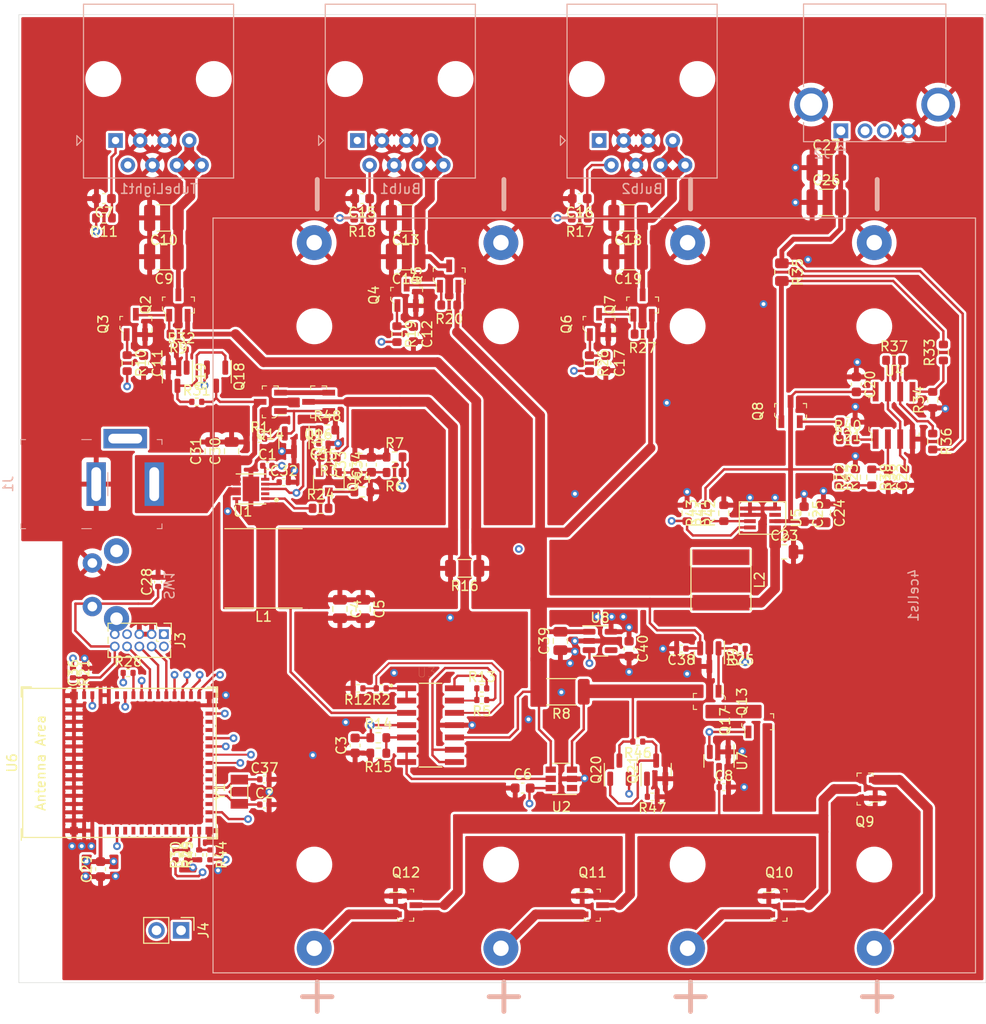
<source format=kicad_pcb>
(kicad_pcb (version 20211014) (generator pcbnew)
  (layers (0 "F.Cu" signal) (1 "In1.Cu" power) (2 "In2.Cu" signal) (3 "In3.Cu" power) (4 "In4.Cu" signal) (31 "B.Cu" power) (34 "B.Paste" user) (35 "F.Paste" user) (36 "B.SilkS" user "B.Silkscreen") (37 "F.SilkS" user "F.Silkscreen") (38 "B.Mask" user) (39 "F.Mask" user) (44 "Edge.Cuts" user))
  (net 0 "")
  (net 1 "GND")
  (net 2 "Net-(C1-Pad2)")
  (net 3 "Net-(Q1-Pad3)")
  (net 4 "Net-(Q1-Pad2)")
  (net 5 "DCDC_OUT")
  (net 7 "Net-(Q14-Pad1)")
  (net 8 "Net-(Q2-Pad1)")
  (net 9 "VBAT")
  (net 10 "LOAD_TL")
  (net 11 "MCU_TL_ONOFFSIG")
  (net 12 "LOAD")
  (net 13 "Net-(R14-Pad2)")
  (net 14 "OP_V2-")
  (net 15 "MCU_PWM_MPPT")
  (net 16 "Net-(C11-Pad1)")
  (net 17 "LOAD_BULB1")
  (net 18 "LOAD_BULB2")
  (net 19 "Net-(C12-Pad1)")
  (net 20 "Net-(C17-Pad1)")
  (net 21 "Net-(Q4-Pad3)")
  (net 22 "Net-(Q6-Pad3)")
  (net 23 "OP_V1-")
  (net 24 "OP_VS+")
  (net 25 "OP_VS-")
  (net 26 "OP_VS")
  (net 27 "MCU_BL1_ONOFFSIG")
  (net 28 "MCU_BL2_ONOFFSIG")
  (net 29 "I_USB")
  (net 30 "Net-(C21-Pad2)")
  (net 31 "Net-(C22-Pad1)")
  (net 32 "Net-(R40-Pad2)")
  (net 33 "Net-(R36-Pad1)")
  (net 34 "Net-(R33-Pad1)")
  (net 35 "5V")
  (net 36 "Net-(L2-Pad1)")
  (net 37 "USB_D-")
  (net 38 "Net-(Q8-Pad1)")
  (net 39 "Net-(R42-Pad1)")
  (net 40 "Net-(4cells1-Pad5)")
  (net 41 "Net-(4cells1-Pad3)")
  (net 42 "Net-(C26-Pad2)")
  (net 43 "VREF_BIDIRECTIONAL")
  (net 45 "Net-(C1-Pad1)")
  (net 46 "Net-(R24-Pad1)")
  (net 47 "Net-(C33-Pad1)")
  (net 48 "MCU_PWM_TL")
  (net 49 "MCU_PWM_BL1")
  (net 50 "MCU_PWM_BL2")
  (net 51 "MCU_ILIM_USB")
  (net 52 "MCU_5V_EN")
  (net 53 "MCU_MPPT_ENABLE")
  (net 55 "MCU_ADC_BAT")
  (net 56 "Net-(4cells1-Pad1)")
  (net 57 "Net-(4cells1-Pad7)")
  (net 58 "MCU_TX")
  (net 61 "USB_D+")
  (net 62 "Net-(Q13-Pad3)")
  (net 65 "Net-(C2-Pad1)")
  (net 66 "Net-(C37-Pad1)")
  (net 69 "MCU_ADC_IBAT")
  (net 78 "Net-(C32-Pad1)")
  (net 79 "ODP_RESET")
  (net 82 "MCU_RST")
  (net 83 "MCU_MTDI")
  (net 84 "MCU_MTMS")
  (net 85 "MCU_MTCK")
  (net 86 "MCU_MTDO")
  (net 87 "Net-(Q14-Pad2)")
  (net 88 "V_MCU")
  (net 91 "OCP_BAT")
  (net 92 "MCU_OCP_BAT")
  (net 93 "VBAT_SW")
  (net 96 "MCU_RX")
  (net 97 "PV")
  (net 98 "Net-(Q18-Pad2)")
  (net 99 "MCU_ADC_BAT_CTRL")
  (net 100 "MCU_ADC_PV")
  (net 101 "MCU_ADC_PV_CTRL")
  (net 102 "Net-(R28-Pad2)")
  (net 103 "Net-(Q18-Pad1)")
  (net 104 "Net-(Q20-Pad2)")
  (net 105 "Net-(Q20-Pad1)")
  (footprint "Resistor_SMD:R_0603_1608Metric" (layer "F.Cu") (at 11.2 36 -90)
    (fp_text reference "R10")
    (fp_text value "10k")
  )
  (footprint "digikey-footprints:SOT-23-3" (layer "F.Cu") (at 12.1 32 90)
    (fp_text reference "Q3")
    (fp_text value "2N7002")
  )
  (footprint "digikey-footprints:SOT-23-3" (layer "F.Cu") (at 16.5 30 90)
    (fp_text reference "Q2")
    (fp_text value "PMV100XPEAR")
  )
  (footprint "Capacitor_SMD:C_0603_1608Metric" (layer "F.Cu") (at 8.8 19 180)
    (fp_text reference "C7")
    (fp_text value "10u")
  )
  (footprint "Capacitor_SMD:C_1210_3225Metric" (layer "F.Cu") (at 15 25 180)
    (fp_text reference "C9")
    (fp_text value "100u")
  )
  (footprint "Capacitor_SMD:C_1210_3225Metric" (layer "F.Cu") (at 15 21 180)
    (fp_text reference "C10")
    (fp_text value "100u")
  )
  (footprint "Capacitor_SMD:C_0603_1608Metric" (layer "F.Cu") (at 52.1 79.9)
    (fp_text reference "C6")
    (fp_text value "100nF")
  )
  (footprint "Package_TO_SOT_SMD:SOT-23-6" (layer "F.Cu") (at 56.1 78.95 180)
    (fp_text reference "U2")
    (fp_text value "INA181")
  )
  (footprint "Resistor_SMD:R_2010_5025Metric" (layer "F.Cu") (at 56.1 69.95 180)
    (fp_text reference "R8")
    (fp_text value "50mOhm")
  )
  (footprint "Capacitor_SMD:C_0603_1608Metric" (layer "F.Cu") (at 12.9 36 -90)
    (fp_text reference "C11")
    (fp_text value "TBD")
  )
  (footprint "Resistor_SMD:R_0603_1608Metric" (layer "F.Cu") (at 35.5 21 180)
    (fp_text reference "R18")
    (fp_text value "100k")
  )
  (footprint "Capacitor_SMD:C_0603_1608Metric" (layer "F.Cu") (at 40.8 33 -90)
    (fp_text reference "C12")
    (fp_text value "TBD")
  )
  (footprint "Capacitor_SMD:C_1210_3225Metric" (layer "F.Cu") (at 40 21 180)
    (fp_text reference "C13")
    (fp_text value "100u")
  )
  (footprint "Capacitor_SMD:C_1210_3225Metric" (layer "F.Cu") (at 40 25 180)
    (fp_text reference "C14")
    (fp_text value "100u")
  )
  (footprint "Capacitor_SMD:C_0603_1608Metric" (layer "F.Cu") (at 35.5 19 180)
    (fp_text reference "C15")
    (fp_text value "10u")
  )
  (footprint "Capacitor_SMD:C_0603_1608Metric" (layer "F.Cu") (at 58 19 180)
    (fp_text reference "C16")
    (fp_text value "10u")
  )
  (footprint "Capacitor_SMD:C_0603_1608Metric" (layer "F.Cu") (at 60.7 36 -90)
    (fp_text reference "C17")
    (fp_text value "TBD")
  )
  (footprint "Capacitor_SMD:C_1210_3225Metric" (layer "F.Cu") (at 63 21 180)
    (fp_text reference "C18")
    (fp_text value "100u")
  )
  (footprint "Capacitor_SMD:C_1210_3225Metric" (layer "F.Cu") (at 63 25 180)
    (fp_text reference "C19")
    (fp_text value "100u")
  )
  (footprint "digikey-footprints:SOT-23-3" (layer "F.Cu") (at 44.5 27 90)
    (fp_text reference "Q5")
    (fp_text value "PMV100XPEAR")
  )
  (footprint "digikey-footprints:SOT-23-3" (layer "F.Cu") (at 60 32 90)
    (fp_text reference "Q6")
    (fp_text value "2N7002")
  )
  (footprint "digikey-footprints:SOT-23-3" (layer "F.Cu") (at 64.5 30 90)
    (fp_text reference "Q7")
    (fp_text value "PMV100XPEAR")
  )
  (footprint "Resistor_SMD:R_0603_1608Metric" (layer "F.Cu") (at 39.1 33 -90)
    (fp_text reference "R19")
    (fp_text value "10k")
  )
  (footprint "Resistor_SMD:R_0603_1608Metric" (layer "F.Cu") (at 44.5 30 180)
    (fp_text reference "R20")
    (fp_text value "100k")
  )
  (footprint "Resistor_SMD:R_0603_1608Metric" (layer "F.Cu") (at 59 36 -90)
    (fp_text reference "R26")
    (fp_text value "10k")
  )
  (footprint "Resistor_SMD:R_0603_1608Metric" (layer "F.Cu") (at 64.5 33 180)
    (fp_text reference "R27")
    (fp_text value "100k")
  )
  (footprint "Resistor_SMD:R_0603_1608Metric" (layer "F.Cu") (at 16.5 33 180)
    (fp_text reference "R9")
    (fp_text value "100k")
  )
  (footprint "digikey-footprints:SOT-23-3" (layer "F.Cu") (at 40.1 29 90)
    (fp_text reference "Q4")
    (fp_text value "2N7002")
  )
  (footprint "Resistor_SMD:R_0603_1608Metric" (layer "F.Cu") (at 8.8 21 180)
    (fp_text reference "R11")
    (fp_text value "100k")
  )
  (footprint "Resistor_SMD:R_0603_1608Metric" (layer "F.Cu") (at 58 21 180)
    (fp_text reference "R17")
    (fp_text value "100k")
  )
  (footprint "digikey-footprints:SOIC-8_W3.9mm" (layer "F.Cu") (at 90.5 41.4)
    (fp_text reference "U4")
    (fp_text value "LMV358IDR")
  )
  (footprint "Capacitor_SMD:C_0603_1608Metric" (layer "F.Cu") (at 86.6 38.2 -90)
    (fp_text reference "C20")
    (fp_text value "100nF")
  )
  (footprint "Capacitor_SMD:C_0603_1608Metric" (layer "F.Cu") (at 89.9 47.8 -90)
    (fp_text reference "C22")
    (fp_text value "TBD")
  )
  (footprint "Resistor_SMD:R_0603_1608Metric" (layer "F.Cu") (at 88.2 47.8 -90)
    (fp_text reference "R39")
    (fp_text value "10k")
  )
  (footprint "Resistor_SMD:R_0603_1608Metric" (layer "F.Cu") (at 85.7 43.9)
    (fp_text reference "R40")
    (fp_text value "1k")
  )
  (footprint "Resistor_SMD:R_0603_1608Metric" (layer "F.Cu") (at 95.6 34.9 90)
    (fp_text reference "R33")
    (fp_text value "1k")
  )
  (footprint "Resistor_SMD:R_0603_1608Metric" (layer "F.Cu") (at 94.5 39.8 90)
    (fp_text reference "R34")
    (fp_text value "100k")
  )
  (footprint "Resistor_SMD:R_0603_1608Metric" (layer "F.Cu") (at 94.5 44.1 -90)
    (fp_text reference "R36")
    (fp_text value "1k")
  )
  (footprint "Resistor_SMD:R_0603_1608Metric" (layer "F.Cu") (at 91.6 47.8 90)
    (fp_text reference "R38")
    (fp_text value "100k")
  )
  (footprint "SHS_DCDC:MP3414A" (layer "F.Cu") (at 76.9 52 90)
    (fp_text reference "U5")
    (fp_text value "MP3414A")
  )
  (footprint "Capacitor_SMD:C_0805_2012Metric" (layer "F.Cu") (at 79.15 55.5)
    (fp_text reference "C23")
    (fp_text value "10uF")
  )
  (footprint "Resistor_SMD:R_0603_1608Metric" (layer "F.Cu") (at 69.1 51.5 -90)
    (fp_text reference "R41")
    (fp_text value "100k")
  )
  (footprint "Resistor_SMD:R_0603_1608Metric" (layer "F.Cu") (at 72.9 51.5 90)
    (fp_text reference "R42")
    (fp_text value "137k")
  )
  (footprint "Resistor_SMD:R_0603_1608Metric" (layer "F.Cu") (at 71 51.5 90)
    (fp_text reference "R43")
    (fp_text value "1M")
  )
  (footprint "Capacitor_SMD:C_0805_2012Metric" (layer "F.Cu") (at 83.2 51.5 -90)
    (fp_text reference "C24")
    (fp_text value "22uF")
  )
  (footprint "Capacitor_SMD:C_0603_1608Metric" (layer "F.Cu") (at 81.2 51.6 -90)
    (fp_text reference "C25")
    (fp_text value "1uF")
  )
  (footprint "digikey-footprints:SOT-23-3" (layer "F.Cu") (at 79.8 41 90)
    (fp_text reference "Q8")
    (fp_text value "Q_PMOS_DGS")
  )
  (footprint "digikey-footprints:SOT-23-3" (layer "F.Cu") (at 78.6 92)
    (fp_text reference "Q10")
    (fp_text value "PMV100XPEAR")
  )
  (footprint "digikey-footprints:SOT-23-3" (layer "F.Cu") (at 59.3 92)
    (fp_text reference "Q11")
    (fp_text value "PMV100XPEAR")
  )
  (footprint "digikey-footprints:SOT-23-3" (layer "F.Cu") (at 87.5 80 180)
    (fp_text reference "Q9")
    (fp_text value "PMV100XPEAR")
  )
  (footprint "Resistor_SMD:R_0603_1608Metric" (layer "F.Cu") (at 90.5 35.7)
    (fp_text reference "R37")
    (fp_text value "100k")
  )
  (footprint "Capacitor_SMD:C_0603_1608Metric" (layer "F.Cu") (at 85.7 42.1 180)
    (fp_text reference "C21")
    (fp_text value "100nF")
  )
  (footprint "Capacitor_SMD:C_1210_3225Metric" (layer "F.Cu") (at 83.5 19.4)
    (fp_text reference "C26")
    (fp_text value "C")
  )
  (footprint "Resistor_SMD:R_0805_2012Metric" (layer "F.Cu") (at 78.9 26.6 -90)
    (fp_text reference "R35")
    (fp_text value "TBD")
  )
  (footprint "Capacitor_SMD:C_1210_3225Metric" (layer "F.Cu") (at 83.5 15.8)
    (fp_text reference "C27")
    (fp_text value "C")
  )
  (footprint "Inductor_SMD:L_Taiyo-Yuden_NR-60xx" (layer "F.Cu") (at 72.6 58.4 -90)
    (fp_text reference "L2")
    (fp_text value "1.5 uH")
  )
  (footprint "digikey-kicad-library-master:SOT-23-3" (layer "F.Cu") (at 40 92)
    (fp_text reference "Q12")
    (fp_text value "PMV100XPEAR")
  )
  (footprint "Capacitor_SMD:C_0402_1005Metric" (layer "F.Cu") (at 25.7 46.6)
    (fp_text reference "C1")
    (fp_text value "100nF")
  )
  (footprint "Package_TO_SOT_SMD:SOT-23" (layer "F.Cu") (at 32.05 48.3 -90)
    (fp_text reference "Q1")
    (fp_text value "BSS84")
  )
  (footprint "Resistor_SMD:R_0603_1608Metric" (layer "F.Cu") (at 32.05 45.7 180)
    (fp_text reference "R3")
    (fp_text value "R")
  )
  (footprint "Capacitor_SMD:C_0805_2012Metric" (layer "F.Cu") (at 33.2 61.4 -90)
    (fp_text reference "C4")
    (fp_text value "22uF")
  )
  (footprint "Resistor_SMD:R_0603_1608Metric" (layer "F.Cu") (at 38.85 47.3 180)
    (fp_text reference "R6")
    (fp_text value "10k")
  )
  (footprint "Inductor_SMD:L_Taiyo-Yuden_NR-80xx" (layer "F.Cu") (at 25.3 57.2 180)
    (fp_text reference "L1")
    (fp_text value "NR8040T220M")
  )
  (footprint "Resistor_SMD:R_0603_1608Metric" (layer "F.Cu") (at 38.85 45.7)
    (fp_text reference "R7")
    (fp_text value "100k")
  )
  (footprint "Resistor_SMD:R_0603_1608Metric" (layer "F.Cu") (at 35.525 49.3)
    (fp_text reference "R4")
    (fp_text value "R")
  )
  (footprint "Capacitor_SMD:C_0805_2012Metric" (layer "F.Cu") (at 35.6 61.4 -90)
    (fp_text reference "C5")
    (fp_text value "22uF")
  )
  (footprint "Espressif:ESP32-S2-MINI-1" (layer "F.Cu") (at 12.7 77.3 90)
    (fp_text reference "U6")
    (fp_text value "ESP32-S2-MINI-1")
  )
  (footprint "Capacitor_SMD:C_0603_1608Metric" (layer "F.Cu") (at 8.45 88.275 90)
    (fp_text reference "C29")
    (fp_text value "10uF")
  )
  (footprint "Capacitor_SMD:C_0402_1005Metric" (layer "F.Cu") (at 6.8 68 90)
    (fp_text reference "C36")
    (fp_text value "1uF")
  )
  (footprint "Resistor_SMD:R_0603_1608Metric" (layer "F.Cu") (at 31.9 42.9)
    (fp_text reference "R48")
    (fp_text value "100k")
  )
  (footprint "Capacitor_SMD:C_0402_1005Metric" (layer "F.Cu") (at 14.4 58.6 90)
    (fp_text reference "C28")
    (fp_text value "100nF")
  )
  (footprint "Resistor_SMD:R_1206_3216Metric" (layer "F.Cu") (at 46.1 57.2 180)
    (fp_text reference "R16")
    (fp_text value "xxxmOhm")
  )
  (footprint "Ti - LMV324AIDR:SOIC127P600X175-14N" (layer "F.Cu") (at 42.57 73.4)
    (fp_text reference "U3")
    (fp_text value "LMV324AIDR")
  )
  (footprint "Capacitor_SMD:C_0603_1608Metric" (layer "F.Cu") (at 63.1 65.5 -90)
    (fp_text reference "C40")
    (fp_text value "1uF")
  )
  (footprint "Capacitor_SMD:C_0603_1608Metric" (layer "F.Cu") (at 34.77 75.5 90)
    (fp_text reference "C3")
    (fp_text value "100nF")
  )
  (footprint "Connector_PinHeader_1.27mm:PinHeader_2x05_P1.27mm_Vertical" (layer "F.Cu") (at 15 64 -90)
    (fp_text reference "J3")
    (fp_text value "Conn_ARM_JTAG_SWD_10")
  )
  (footprint "Package_TO_SOT_SMD:SOT-23" (layer "F.Cu") (at 65.9 78 90)
    (fp_text reference "Q21")
    (fp_text value "2N7002")
  )
  (footprint "Capacitor_SMD:C_0805_2012Metric" (layer "F.Cu") (at 56 64.7 90)
    (fp_text reference "C39")
    (fp_text value "10uF")
  )
  (footprint "Capacitor_SMD:C_0805_2012Metric" (layer "F.Cu") (at 22 45.1 90)
    (fp_text reference "C30")
    (fp_text value "10 uF")
  )
  (footprint "Capacitor_SMD:C_0402_1005Metric" (layer "F.Cu") (at 68.5 65.5 180)
    (fp_text reference "C38")
    (fp_text value "100nF")
  )
  (footprint "digikey-kicad-library-master:SOT-23-3" (layer "F.Cu") (at 71.4 70.95 -90)
    (fp_text reference "Q13")
    (fp_text value "PMV100XPEAR")
  )
  (footprint "Capacitor_SMD:C_0402_1005Metric" (layer "F.Cu") (at 25.4 81.6)
    (fp_text reference "C2")
    (fp_text value "TBD")
  )
  (footprint "Package_TO_SOT_SMD:SOT-23" (layer "F.Cu") (at 20.4 37.4 -90)
    (fp_text reference "Q18")
    (fp_text value "BSS84")
  )
  (footprint "digikey-kicad-library-master:SOT-23-3" (layer "F.Cu") (at 76.4 73.05 90)
    (fp_text reference "Q17")
    (fp_text value "PMV100XPEAR")
  )
  (footprint "digikey-kicad-library-master:SOT-23-3" (layer "F.Cu") (at 31 40 180)
    (fp_text reference "Q16")
    (fp_text value "PMV100XPEAR")
  )
  (footprint "Resistor_SMD:R_0603_1608Metric" (layer "F.Cu") (at 37.17 76.3 180)
    (fp_text reference "R15")
    (fp_text value "100k+")
  )
  (footprint "Capacitor_SMD:C_0603_1608Metric" (layer "F.Cu") (at 36.45 46.5 90)
    (fp_text reference "C34")
    (fp_text value "10 uF")
  )
  (footprint "Resistor_SMD:R_0402_1005Metric" (layer "F.Cu") (at 64 75.1 180)
    (fp_text reference "R46")
    (fp_text value "100k")
  )
  (footprint "Crystal:Crystal_SMD_3215-2Pin_3.2x1.5mm" (layer "F.Cu") (at 22.8 80.275 90)
    (fp_text reference "Y1")
    (fp_text value "2-SMD no lead")
  )
  (footprint "digikey-kicad-library-master:SOT-23-3" (layer "F.Cu") (at 26 40 180)
    (fp_text reference "Q14")
    (fp_text value "PMV100XPEAR")
  )
  (footprint "Capacitor_SMD:C_0402_1005Metric" (layer "F.Cu") (at 25.4 79)
    (fp_text reference "C37")
    (fp_text value "TBD")
  )
  (footprint "Resistor_SMD:R_0402_1005Metric" (layer "F.Cu") (at 5.6 68 -90)
    (fp_text reference "R21")
    (fp_text value "10k")
  )
  (footprint "Resistor_SMD:R_0402_1005Metric" (layer "F.Cu") (at 19.8 86.8 -90)
    (fp_text reference "R44")
    (fp_text value "10k")
  )
  (footprint "Package_TO_SOT_SMD:SOT-23" (layer "F.Cu") (at 62.1 78 90)
    (fp_text reference "Q20")
    (fp_text value "BSS84")
  )
  (footprint "Resistor_SMD:R_0603_1608Metric" (layer "F.Cu") (at 37.17 74.7)
    (fp_text reference "R14")
    (fp_text value "100k+")
  )
  (footprint "Capacitor_SMD:C_0603_1608Metric" (layer "F.Cu") (at 34.75 46.5 90)
    (fp_text reference "C33")
    (fp_text value "10 uF")
  )
  (footprint "Capacitor_SMD:C_0402_1005Metric" (layer "F.Cu") (at 72.9 79.8)
    (fp_text reference "C8")
    (fp_text value "100nF")
  )
  (footprint "Resistor_SMD:R_0402_1005Metric" (layer "F.Cu") (at 17.4 86.8 90)
    (fp_text reference "R30")
    (fp_text value "10k")
  )
  (footprint "Connector_PinHeader_2.54mm:PinHeader_1x02_P2.54mm_Vertical" (layer "F.Cu") (at 16.775 94.6 -90)
    (fp_text reference "J4")
    (fp_text value "Conn_01x02_Male")
  )
  (footprint "Package_TO_SOT_SMD:SOT-23" (layer "F.Cu") (at 16.4 37.4 -90)
    (fp_text reference "Q19")
    (fp_text value "2N7002")
  )
  (footprint "Package_TO_SOT_SMD:SOT-23-5" (layer "F.Cu") (at 60.1 64.7)
    (fp_text reference "U8")
    (fp_text value "MIC5501-3.0YM5")
  )
  (footprint "Resistor_SMD:R_0402_1005Metric" (layer "F.Cu") (at 65.5 80.8 180)
    (fp_text reference "R47")
    (fp_text value "100k")
  )
  (footprint "Resistor_SMD:R_0402_1005Metric" (layer "F.Cu") (at 35.07 69.6 180)
    (fp_text reference "R12")
    (fp_text value "100k 1%")
  )
  (footprint "Resistor_SMD:R_0603_1608Metric" (layer "F.Cu") (at 86.5 47.8 90)
    (fp_text reference "R22")
    (fp_text value "25k")
  )
  (footprint "Capacitor_SMD:C_0402_1005Metric" (layer "F.Cu") (at 27.4 48.3)
    (fp_text reference "C32")
    (fp_text value "1 uF")
  )
  (footprint "Capacitor_SMD:C_0805_2012Metric" (layer "F.Cu") (at 20 45.1 90)
    (fp_text reference "C31")
    (fp_text value "10 uF")
  )
  (footprint "Capacitor_SMD:C_0402_1005Metric" (layer "F.Cu") (at 31.5 44.3 180)
    (fp_text reference "C35")
    (fp_text value "100nF")
  )
  (footprint "Package_TO_SOT_SMD:SOT-23" (layer "F.Cu") (at 28.45 44.2 -90)
    (fp_text reference "Q15")
    (fp_text value "BSS84")
  )
  (footprint "Resistor_SMD:R_0402_1005Metric" (layer "F.Cu") (at 18.65 86.8 90)
    (fp_text reference "R45")
    (fp_text value "10k")
  )
  (footprint "Resistor_SMD:R_0402_1005Metric" (layer "F.Cu") (at 24.9 43.8)
    (fp_text reference "R1")
    (fp_text value "100k")
  )
  (footprint "Resistor_SMD:R_0402_1005Metric" (layer "F.Cu") (at 74.6 65.5 180)
    (fp_text reference "R25")
    (fp_text value "100k")
  )
  (footprint "Resistor_SMD:R_0402_1005Metric" (layer "F.Cu") (at 18.4 40)
    (fp_text reference "R31")
    (fp_text value "100k")
  )
  (footprint "Resistor_SMD:R_0603_1608Metric" (layer "F.Cu") (at 31.2 51)
    (fp_text reference "R24")
    (fp_text value "R")
  )
  (footprint "Resistor_SMD:R_0402_1005Metric" (layer "F.Cu") (at 16.8 34.6)
    (fp_text reference "R32")
    (fp_text value "100k")
  )
  (footprint "Package_TO_SOT_SMD:SOT-23" (layer "F.Cu") (at 71.4 66.4 -90)
    (fp_text reference "U9")
    (fp_text value "BD49LxxG")
  )
  (footprint "Resistor_SMD:R_0402_1005Metric" (layer "F.Cu") (at 11.3 68)
    (fp_text reference "R28")
    (fp_text value "499")
  )
  (footprint "Library:RT8299-WDFN" (layer "F.Cu") (at 24 49 180)
    (fp_text reference "U1")
    (fp_text value "RT8299-WDFN10L")
  )
  (footprint "Resistor_SMD:R_0402_1005Metric" (layer "F.Cu") (at 47.87 69.6)
    (fp_text reference "R13")
    (fp_text value "100k 1%")
  )
  (footprint "Resistor_SMD:R_0402_1005Metric" (layer "F.Cu") (at 16.2 86.8 -90)
    (fp_text reference "R29")
    (fp_text value "10k")
  )
  (footprint "Package_TO_SOT_SMD:SOT-23" (layer "F.Cu") (at 72.4 77.1 -90)
    (fp_text reference "U7")
    (fp_text value "MCP101")
  )
  (footprint "Resistor_SMD:R_0402_1005Metric" (layer "F.Cu") (at 47.87 70.8 180)
    (fp_text reference "R5")
    (fp_text value "1K 1%")
  )
  (footprint "Resistor_SMD:R_0402_1005Metric" (layer "F.Cu") (at 37.47 69.6 180)
    (fp_text reference "R2")
    (fp_text value "1K 1%")
  )
  (footprint "Resistor_SMD:R_0603_1608Metric" (layer "F.Cu") (at 84.8 47.8 -90)
    (fp_text reference "R23")
    (fp_text value "100k")
  )
  (footprint "Connector_RJ:RJ45_Amphenol_54602-x08_Horizontal" (layer "B.Cu") (at 10 13)
    (fp_text reference "TubeLight1")
    (fp_text value "RJ45-54602-908LF")
  )
  (footprint "Connector_RJ:RJ45_Amphenol_54602-x08_Horizontal" (layer "B.Cu") (at 60 13)
    (fp_text reference "Bulb2")
    (fp_text value "RJ45-54602-908LF")
  )
  (footprint "Connector_RJ:RJ45_Amphenol_54602-x08_Horizontal" (layer "B.Cu") (at 35 13)
    (fp_text reference "Bulb1")
    (fp_text value "RJ45-54602-908LF")
  )
  (footprint "Connector_USB:USB_A_CONNFLY_DS1095-WNR0" (layer "B.Cu") (at 85 12)
    (fp_text reference "J2")
    (fp_text value "USB_A")
  )
  (footprint "digikey-footprints:Barrel_Jack_5.5mmODx2.1mmID_PJ-202A" (layer "B.Cu") (at 11 48.5 -90)
    (fp_text reference "J1")
    (fp_text value "Barrel_Jack")
  )
  (footprint "BK-18650:BK-18650-PC8" (layer "B.Cu") (at 59.5 60 90)
    (fp_text reference "4cells1")
    (fp_text value "BK-18650-PC8")
  )
  (footprint "SHS_DCDC:ESWITCH_TL1105" (layer "B.Cu") (at 7.6 58.9 90)
    (fp_text reference "SW1")
    (fp_text value "TACT_SW")
  )
  (gr_line (start 0 100) (end 100 100) (layer "Edge.Cuts") (width 0.05))
  (gr_line (start 0 100) (end 0 0) (layer "Edge.Cuts") (width 0.05))
  (gr_line (start 100 0) (end 100 100) (layer "Edge.Cuts") (width 0.05))
  (gr_line (start 100 0) (end 0 0) (layer "Edge.Cuts") (width 0.05))
  (segment (start 33 44.3) (end 33 43.175) (width 0.25) (layer "F.Cu") (net 1))
  (segment (start 33 43.175) (end 32.725 42.9) (width 0.25) (layer "F.Cu") (net 1))
  (via (at 52.7 72.8) (size 0.8) (drill 0.4) (layers "F.Cu" "B.Cu") (net 1))
  (via (at 38.8 68) (size 0.8) (drill 0.4) (layers "F.Cu" "B.Cu") (net 1))
  (via (at 33 44.3) (size 0.8) (drill 0.4) (layers "F.Cu" "B.Cu") (net 1))
  (via (at 86.5 40.5) (size 0.8) (drill 0.4) (layers "F.Cu" "B.Cu") (net 1))
  (via (at 83.2 49.2) (size 0.8) (drill 0.4) (layers "F.Cu" "B.Cu") (net 1))
  (via (at 6.8 66.5) (size 0.8) (drill 0.4) (layers "F.Cu" "B.Cu") (net 1))
  (via (at 59.8 62.2) (size 0.8) (drill 0.4) (layers "F.Cu" "B.Cu") (net 1))
  (via (at 20.6 88.4) (size 0.8) (drill 0.4) (layers "F.Cu" "B.Cu") (net 1))
  (via (at 7.5 85.9) (size 0.8) (drill 0.4) (layers "F.Cu" "B.Cu") (net 1))
  (via (at 75 79.8) (size 0.8) (drill 0.4) (layers "F.Cu" "B.Cu") (net 1))
  (via (at 44.6 62.3) (size 0.8) (drill 0.4) (layers "F.Cu" "B.Cu") (net 1))
  (via (at 28.5 47.1) (size 0.8) (drill 0.4) (layers "F.Cu" "B.Cu") (net 1))
  (via (at 66.6 65.5) (size 0.8) (drill 0.4) (layers "F.Cu" "B.Cu") (net 1))
  (via (at 77 29.9) (size 0.8) (drill 0.4) (layers "F.Cu" "B.Cu") (net 1))
  (via (at 86.7 35.9) (size 0.8) (drill 0.4) (layers "F.Cu" "B.Cu") (net 1))
  (via (at 51.7 55.2) (size 0.8) (drill 0.4) (layers "F.Cu" "B.Cu") (net 1))
  (via (at 57.5 64.7) (size 0.8) (drill 0.4) (layers "F.Cu" "B.Cu") (net 1))
  (via (at 81.6 25.3) (size 0.8) (drill 0.4) (layers "F.Cu" "B.Cu") (net 1))
  (via (at 74.8 76.1) (size 0.8) (drill 0.4) (layers "F.Cu" "B.Cu") (net 1))
  (via (at 6.9 89) (size 0.8) (drill 0.4) (layers "F.Cu" "B.Cu") (net 1))
  (via (at 58.5 78.9) (size 0.8) (drill 0.4) (layers "F.Cu" "B.Cu") (net 1))
  (via (at 78.2 49.9) (size 0.8) (drill 0.4) (layers "F.Cu" "B.Cu") (net 1))
  (via (at 86.5 45.6) (size 0.8) (drill 0.4) (layers "F.Cu" "B.Cu") (net 1))
  (via (at 69.1 68.1) (size 0.8) (drill 0.4) (layers "F.Cu" "B.Cu") (net 1))
  (via (at 21.4 70.3) (size 0.8) (drill 0.4) (layers "F.Cu" "B.Cu") (net 1))
  (via (at 80.3 15.8) (size 0.8) (drill 0.4) (layers "F.Cu" "B.Cu") (net 1))
  (via (at 57.5 49.5) (size 0.8) (drill 0.4) (layers "F.Cu" "B.Cu") (net 1))
  (via (at 80.3 19.4) (size 0.8) (drill 0.4) (layers "F.Cu" "B.Cu") (net 1))
  (via (at 67 40.1) (size 0.8) (drill 0.4) (layers "F.Cu" "B.Cu") (net 1))
  (via (at 6.5 85.9) (size 0.8) (drill 0.4) (layers "F.Cu" "B.Cu") (net 1))
  (via (at 18 88.1) (size 0.8) (drill 0.4) (layers "F.Cu" "B.Cu") (net 1))
  (via (at 57.5 65.8) (size 0.8) (drill 0.4) (layers "F.Cu" "B.Cu") (net 1))
  (via (at 69.1 49.3) (size 0.8) (drill 0.4) (layers "F.Cu" "B.Cu") (net 1))
  (via (at 27.2 45.1) (size 0.8) (drill 0.4) (layers "F.Cu" "B.Cu") (net 1))
  (via (at 46.87 73.4) (size 0.8) (drill 0.4) (layers "F.Cu" "B.Cu") (net 1))
  (via (at 75.6 49.9) (size 0.8) (drill 0.4) (layers "F.Cu" "B.Cu") (net 1))
  (via (at 57 67) (size 0.8) (drill 0.4) (layers "F.Cu" "B.Cu") (net 1))
  (via (at 5.5 85.9) (size 0.8) (drill 0.4) (layers "F.Cu" "B.Cu") (net 1))
  (via (at 25.9 80.3) (size 0.8) (drill 0.4) (layers "F.Cu" "B.Cu") (net 1))
  (via (at 95.8 40.7) (size 0.8) (drill 0.4) (layers "F.Cu" "B.Cu") (net 1))
  (via (at 10 89) (size 0.8) (drill 0.4) (layers "F.Cu" "B.Cu") (net 1))
  (via (at 63.1 67.9) (size 0.8) (drill 0.4) (layers "F.Cu" "B.Cu") (net 1))
  (via (at 30.4 76.5) (size 0.8) (drill 0.4) (layers "F.Cu" "B.Cu") (net 1))
  (via (at 33.8 73.1) (size 0.8) (drill 0.4) (layers "F.Cu" "B.Cu") (net 1))
  (via (at 81.2 49.5) (size 0.8) (drill 0.4) (layers "F.Cu" "B.Cu") (net 1))
  (via (at 56.1 70) (size 0.8) (drill 0.4) (layers "F.Cu" "B.Cu") (net 1))
  (segment (start 26.18 46.6) (end 27.2 46.6) (width 0.25) (layer "F.Cu") (net 2))
  (via (at 27.2 46.6) (size 0.8) (drill 0.4) (layers "F.Cu" "B.Cu") (net 2))
  (via (at 21.6 51.3) (size 0.8) (drill 0.4) (layers "F.Cu" "B.Cu") (net 2))
  (segment (start 34.7 49.3) (end 32.05 49.3) (width 0.25) (layer "F.Cu") (net 3))
  (segment (start 32.05 50.975) (end 32.025 51) (width 0.25) (layer "F.Cu") (net 3))
  (segment (start 32.05 49.3) (end 32.05 50.975) (width 0.25) (layer "F.Cu") (net 3))
  (segment (start 31.05 47.25) (end 31.1 47.3) (width 0.25) (layer "F.Cu") (net 4))
  (segment (start 31.1 47.3) (end 31.1 45.825) (width 0.25) (layer "F.Cu") (net 4))
  (segment (start 31.1 45.825) (end 31.225 45.7) (width 0.25) (layer "F.Cu") (net 4))
  (segment (start 29.95 40) (end 34 40) (width 0.5) (layer "F.Cu") (net 5))
  (segment (start 32.875 45.7) (end 32.95 45.625) (width 0.25) (layer "F.Cu") (net 5))
  (segment (start 34 44.6) (end 32.9 45.7) (width 0.25) (layer "F.Cu") (net 5))
  (segment (start 34 40) (end 34 44.6) (width 0.25) (layer "F.Cu") (net 5))
  (segment (start 43.5 41.2) (end 44.9 42.6) (width 1) (layer "F.Cu") (net 5))
  (segment (start 44.9 42.6) (end 44.9 54.3) (width 1) (layer "F.Cu") (net 5))
  (segment (start 39.4 40) (end 42.3 40) (width 1) (layer "F.Cu") (net 5))
  (segment (start 32.9 45.7) (end 32.875 45.7) (width 0.25) (layer "F.Cu") (net 5))
  (segment (start 28.1 67.9) (end 28.1 57.2) (width 0.25) (layer "F.Cu") (net 5))
  (segment (start 32.33 72.13) (end 28.1 67.9) (width 0.25) (layer "F.Cu") (net 5))
  (segment (start 40.095 72.13) (end 32.33 72.13) (width 0.25) (layer "F.Cu") (net 5))
  (segment (start 34 40) (end 39.4 40) (width 1) (layer "F.Cu") (net 5))
  (segment (start 42.3 40) (end 43.5 41.2) (width 1) (layer "F.Cu") (net 5))
  (segment (start 28.1375 43.2625) (end 28.45 42.95) (width 0.25) (layer "F.Cu") (net 7))
  (segment (start 25.41 43.8) (end 26.2 43.8) (width 0.25) (layer "F.Cu") (net 7))
  (segment (start 28.45 42.95) (end 28.45 40.95) (width 0.25) (layer "F.Cu") (net 7))
  (segment (start 26.7375 43.2625) (end 27.5 43.2625) (width 0.25) (layer "F.Cu") (net 7))
  (segment (start 28.45 40.95) (end 32.05 40.95) (width 0.25) (layer "F.Cu") (net 7))
  (segment (start 26.2 43.8) (end 26.7375 43.2625) (width 0.25) (layer "F.Cu") (net 7))
  (segment (start 27.5 43.2625) (end 28.1375 43.2625) (width 0.25) (layer "F.Cu") (net 7))
  (segment (start 27.05 40.95) (end 28.45 40.95) (width 0.25) (layer "F.Cu") (net 7))
  (segment (start 15.55 32.875) (end 15.675 33) (width 0.25) (layer "F.Cu") (net 8))
  (segment (start 15.55 31.05) (end 12.2 31.05) (width 0.25) (layer "F.Cu") (net 8))
  (segment (start 12.2 31.05) (end 12.1 30.95) (width 0.25) (layer "F.Cu") (net 8))
  (segment (start 15.55 31.05) (end 15.55 32.875) (width 0.25) (layer "F.Cu") (net 8))
  (segment (start 83.2 90.5) (end 83.2 84.4) (width 1) (layer "F.Cu") (net 9))
  (segment (start 81.7 92) (end 83.2 90.5) (width 1) (layer "F.Cu") (net 9))
  (segment (start 62.1 92) (end 63.2 90.9) (width 1) (layer "F.Cu") (net 9))
  (segment (start 84.3 80) (end 83.2 81.1) (width 1) (layer "F.Cu") (net 9))
  (segment (start 86.45 80) (end 84.3 80) (width 1) (layer "F.Cu") (net 9))
  (segment (start 72.42 83.18) (end 72.4 83.2) (width 0.25) (layer "F.Cu") (net 9))
  (segment (start 41.05 92) (end 44 92) (width 0.5) (layer "F.Cu") (net 9))
  (segment (start 63.2 90.9) (end 63.2 83.4) (width 1) (layer "F.Cu") (net 9))
  (segment (start 72.42 78.0575) (end 72.4 78.0375) (width 0.25) (layer "F.Cu") (net 9))
  (segment (start 72.42 79.8) (end 72.42 78.0575) (width 0.25) (layer "F.Cu") (net 9))
  (segment (start 72.42 79.8) (end 72.42 83.18) (width 0.25) (layer "F.Cu") (net 9))
  (segment (start 60.35 92) (end 62.1 92) (width 0.5) (layer "F.Cu") (net 9))
  (segment (start 44 92) (end 45.4 90.6) (width 1) (layer "F.Cu") (net 9))
  (segment (start 79.65 92) (end 81.7 92) (width 0.5) (layer "F.Cu") (net 9))
  (segment (start 45.4 90.6) (end 45.4 83.4) (width 1) (layer "F.Cu") (net 9))
  (segment (start 83.2 81.1) (end 83.2 82.7) (width 1) (layer "F.Cu") (net 9))
  (segment (start 16.5 25.025) (end 16.475 25) (width 0.5) (layer "F.Cu") (net 10))
  (segment (start 17.74 18.76) (end 17.74 16.69) (width 1) (layer "F.Cu") (net 10))
  (segment (start 16.475 21) (end 16.475 25) (width 1) (layer "F.Cu") (net 10))
  (segment (start 17.74 16.69) (end 18.89 15.54) (width 1) (layer "F.Cu") (net 10))
  (segment (start 16.35 15.54) (end 17.5 16.69) (width 1) (layer "F.Cu") (net 10))
  (segment (start 16.5 28.95) (end 16.5 25.025) (width 0.5) (layer "F.Cu") (net 10))
  (segment (start 16.475 21) (end 16.475 20.025) (width 1) (layer "F.Cu") (net 10))
  (segment (start 16.475 20.025) (end 17.74 18.76) (width 1) (layer "F.Cu") (net 10))
  (segment (start 17.62 14.27) (end 16.35 15.54) (width 1) (layer "F.Cu") (net 10))
  (segment (start 17.5 16.69) (end 17.74 16.69) (width 1) (layer "F.Cu") (net 10))
  (segment (start 18.89 15.54) (end 17.62 14.27) (width 1) (layer "F.Cu") (net 10))
  (segment (start 17.62 13) (end 17.62 14.27) (width 1) (layer "F.Cu") (net 10))
  (segment (start 10 14.3) (end 9.575 14.725) (width 0.25) (layer "F.Cu") (net 11))
  (segment (start 9.575 14.725) (end 9.575 18.8) (width 0.25) (layer "F.Cu") (net 11))
  (segment (start 9.625 18.85) (end 9.575 18.8) (width 0.25) (layer "F.Cu") (net 11))
  (segment (start 9.625 20.6) (end 9.625 18.85) (width 0.25) (layer "F.Cu") (net 11))
  (segment (start 7.6 70.3) (end 7.6 71.4) (width 0.25) (layer "F.Cu") (net 11))
  (segment (start 10 13) (end 10 14.3) (width 0.25) (layer "F.Cu") (net 11))
  (via (at 7.6 71.4) (size 0.8) (drill 0.4) (layers "F.Cu" "B.Cu") (net 11))
  (segment (start 25.3 35.9) (end 43.3 35.9) (width 1) (layer "F.Cu") (net 12))
  (segment (start 65.325 33) (end 65.325 44.775) (width 0.5) (layer "F.Cu") (net 12))
  (segment (start 17.45 32.875) (end 17.325 33) (width 0.5) (layer "F.Cu") (net 12))
  (segment (start 76.75 60.75) (end 78.2 59.3) (width 1) (layer "F.Cu") (net 12))
  (segment (start 65.25 62.85) (end 65.25 60.75) (width 0.25) (layer "F.Cu") (net 12))
  (segment (start 69.9 63.6) (end 66 63.6) (width 0.25) (layer "F.Cu") (net 12))
  (segment (start 65.25 60.75) (end 53.75 60.75) (width 1) (layer "F.Cu") (net 12))
  (segment (start 51.6 73.8) (end 51.6 70.5) (width 0.25) (layer "F.Cu") (net 12))
  (segment (start 56.6 53.5) (end 53.9 53.5) (width 1) (layer "F.Cu") (net 12))
  (segment (start 65.325 44.775) (end 56.6 53.5) (width 1) (layer "F.Cu") (net 12))
  (segment (start 70.45 65.4625) (end 69.0175 65.4625) (width 0.25) (layer "F.Cu") (net 12))
  (segment (start 43.3 35.9) (end 47.3 39.9) (width 1) (layer "F.Cu") (net 12))
  (segment (start 72.6 60.75) (end 65.25 60.75) (width 1) (layer "F.Cu") (net 12))
  (segment (start 17.45 31.05) (end 17.45 32.875) (width 0.5) (layer "F.Cu") (net 12))
  (segment (start 58.9625 63.75) (end 56 63.75) (width 0.5) (layer "F.Cu") (net 12))
  (segment (start 47.3 39.9) (end 47.3 54.5) (width 1) (layer "F.Cu") (net 12))
  (segment (start 45.045 74.67) (end 50.73 74.67) (width 0.25) (layer "F.Cu") (net 12))
  (segment (start 72.6 60.75) (end 76.75 60.75) (width 1) (layer "F.Cu") (net 12))
  (segment (start 17.325 33) (end 22.4 33) (width 0.5) (layer "F.Cu") (net 12))
  (segment (start 69.0175 65.4625) (end 68.98 65.5) (width 0.25) (layer "F.Cu") (net 12))
  (segment (start 78.2 59.3) (end 78.2 55.5) (width 1) (layer "F.Cu") (net 12))
  (segment (start 45.3 30.025) (end 45.3 32.8) (width 0.5) (layer "F.Cu") (net 12))
  (segment (start 70.45 65.4625) (end 70.45 64.15) (width 0.25) (layer "F.Cu") (net 12))
  (segment (start 55 78) (end 55 75.05) (width 0.25) (layer "F.Cu") (net 12))
  (segment (start 45.325 30) (end 45.3 30.025) (width 0.5) (layer "F.Cu") (net 12))
  (segment (start 45.45 28.05) (end 45.45 29.875) (width 0.5) (layer "F.Cu") (net 12))
  (segment (start 66 63.6) (end 65.25 62.85) (width 0.25) (layer "F.Cu") (net 12))
  (segment (start 56 63.75) (end 53.85 63.75) (width 0.5) (layer "F.Cu") (net 12))
  (segment (start 22.4 33) (end 25.3 35.9) (width 1) (layer "F.Cu") (net 12))
  (segment (start 55 75.05) (end 53.7875 73.8375) (width 0.25) (layer "F.Cu") (net 12))
  (segment (start 70.45 64.15) (end 69.9 63.6) (width 0.25) (layer "F.Cu") (net 12))
  (segment (start 65.45 31.05) (end 65.45 32.875) (width 0.5) (layer "F.Cu") (net 12))
  (segment (start 45.3 32.8) (end 53.9 41.4) (width 1) (layer "F.Cu") (net 12))
  (segment (start 53.7875 73.8375) (end 53.7875 69.95) (width 0.25) (layer "F.Cu") (net 12))
  (segment (start 65.45 32.875) (end 65.325 33) (width 0.5) (layer "F.Cu") (net 12))
  (segment (start 53.85 63.75) (end 53.7 63.6) (width 0.5) (layer "F.Cu") (net 12))
  (segment (start 51.6 70.5) (end 52.15 69.95) (width 0.25) (layer "F.Cu") (net 12))
  (segment (start 50.73 74.67) (end 51.6 73.8) (width 0.25) (layer "F.Cu") (net 12))
  (segment (start 52.15 69.95) (end 53.7875 69.95) (width 0.25) (layer "F.Cu") (net 12))
  (segment (start 53.9 41.4) (end 53.9 53.5) (width 1) (layer "F.Cu") (net 12))
  (segment (start 45.45 29.875) (end 45.325 30) (width 0.5) (layer "F.Cu") (net 12))
  (segment (start 40.095 74.67) (end 38.025 74.67) (width 0.25) (layer "F.Cu") (net 13))
  (segment (start 37.995 74.7) (end 37.995 76.3) (width 0.25) (layer "F.Cu") (net 13))
  (segment (start 38.025 74.67) (end 37.995 74.7) (width 0.25) (layer "F.Cu") (net 13))
  (segment (start 40.095 70.86) (end 40.095 69.59) (width 0.25) (layer "F.Cu") (net 14))
  (segment (start 40.095 69.59) (end 37.99 69.59) (width 0.25) (layer "F.Cu") (net 14))
  (segment (start 37.99 69.59) (end 37.98 69.6) (width 0.25) (layer "F.Cu") (net 14))
  (segment (start 39.675 47.3) (end 39.675 45.7) (width 0.25) (layer "F.Cu") (net 15))
  (segment (start 39.65 48.7) (end 39.65 47.325) (width 0.25) (layer "F.Cu") (net 15))
  (segment (start 19.7 72.2) (end 21.3 72.2) (width 0.25) (layer "F.Cu") (net 15))
  (segment (start 39.65 47.325) (end 39.675 47.3) (width 0.25) (layer "F.Cu") (net 15))
  (via (at 39.65 48.7) (size 0.8) (drill 0.4) (layers "F.Cu" "B.Cu") (net 15))
  (via (at 21.3 72.2) (size 0.8) (drill 0.4) (layers "F.Cu" "B.Cu") (net 15))
  (segment (start 11.2 33.1) (end 11.15 33.05) (width 0.25) (layer "F.Cu") (net 16))
  (segment (start 11.2 35.175) (end 12.85 35.175) (width 0.25) (layer "F.Cu") (net 16))
  (segment (start 11.2 35.175) (end 11.2 33.1) (width 0.25) (layer "F.Cu") (net 16))
  (segment (start 12.85 35.175) (end 12.9 35.225) (width 0.25) (layer "F.Cu") (net 16))
  (segment (start 11.2 33.2) (end 11.15 33.15) (width 0.25) (layer "F.Cu") (net 16))
  (segment (start 41.475 20.025) (end 41.475 21) (width 1) (layer "F.Cu") (net 17))
  (segment (start 42.5 19) (end 41.475 20.025) (width 1) (layer "F.Cu") (net 17))
  (segment (start 42.62 14.27) (end 41.35 15.54) (width 1) (layer "F.Cu") (net 17))
  (segment (start 41.35 15.54) (end 42.5 16.69) (width 1) (layer "F.Cu") (net 17))
  (segment (start 42.5 16.93) (end 43.89 15.54) (width 1) (layer "F.Cu") (net 17))
  (segment (start 41.5 25.025) (end 41.475 25) (width 0.5) (layer "F.Cu") (net 17))
  (segment (start 43.89 15.54) (end 42.62 14.27) (width 1) (layer "F.Cu") (net 17))
  (segment (start 42.5 25) (end 43.45 25.95) (width 0.5) (layer "F.Cu") (net 17))
  (segment (start 41.475 25) (end 41.475 21) (width 1) (layer "F.Cu") (net 17))
  (segment (start 42.62 13) (end 42.62 14.27) (width 1) (layer "F.Cu") (net 17))
  (segment (start 42.5 16.93) (end 42.5 19) (width 1) (layer "F.Cu") (net 17))
  (segment (start 42.5 16.69) (end 42.5 16.93) (width 1) (layer "F.Cu") (net 17))
  (segment (start 41.475 25) (end 42.5 25) (width 0.5) (layer "F.Cu") (net 17))
  (segment (start 43.45 25.95) (end 44.5 25.95) (width 0.5) (layer "F.Cu") (net 17))
  (segment (start 67.54 16.73) (end 66.35 15.54) (width 1) (layer "F.Cu") (net 18))
  (segment (start 64.475 21) (end 65.5 21) (width 1) (layer "F.Cu") (net 18))
  (segment (start 68.89 15.54) (end 67.7 16.73) (width 1) (layer "F.Cu") (net 18))
  (segment (start 67.54 18.96) (end 67.54 16.73) (width 1) (layer "F.Cu") (net 18))
  (segment (start 64.5 25.025) (end 64.475 25) (width 0.5) (layer "F.Cu") (net 18))
  (segment (start 64.5 28.95) (end 64.5 25.025) (width 0.5) (layer "F.Cu") (net 18))
  (segment (start 67.62 14.27) (end 68.89 15.54) (width 1) (layer "F.Cu") (net 18))
  (segment (start 64.475 25) (end 64.475 21) (width 1) (layer "F.Cu") (net 18))
  (segment (start 67.7 16.73) (end 67.54 16.73) (width 1) (layer "F.Cu") (net 18))
  (segment (start 66.35 15.54) (end 67.62 14.27) (width 1) (layer "F.Cu") (net 18))
  (segment (start 65.5 21) (end 67.54 18.96) (width 1) (layer "F.Cu") (net 18))
  (segment (start 67.62 13) (end 67.62 14.27) (width 1) (layer "F.Cu") (net 18))
  (segment (start 39.1 30.1) (end 39.15 30.05) (width 0.25) (layer "F.Cu") (net 19))
  (segment (start 40.8 32.225) (end 39.15 32.225) (width 0.25) (layer "F.Cu") (net 19))
  (segment (start 39.1 32.175) (end 39.1 30.1) (width 0.25) (layer "F.Cu") (net 19))
  (segment (start 39.15 32.225) (end 39.1 32.175) (width 0.25) (layer "F.Cu") (net 19))
  (segment (start 59.05 33.05) (end 59.05 35.125) (width 0.25) (layer "F.Cu") (net 20))
  (segment (start 60.7 35.225) (end 59.05 35.225) (width 0.25) (layer "F.Cu") (net 20))
  (segment (start 59.05 35.125) (end 59 35.175) (width 0.25) (layer "F.Cu") (net 20))
  (segment (start 59.05 35.225) (end 59 35.175) (width 0.25) (layer "F.Cu") (net 20))
  (segment (start 43.45 27.95) (end 43.55 28.05) (width 0.25) (layer "F.Cu") (net 21))
  (segment (start 43.675 28.175) (end 43.55 28.05) (width 0.25) (layer "F.Cu") (net 21))
  (segment (start 40.1 27.95) (end 43.45 27.95) (width 0.25) (layer "F.Cu") (net 21))
  (segment (start 43.675 30) (end 43.675 28.175) (width 0.25) (layer "F.Cu") (net 21))
  (segment (start 63.45 30.95) (end 63.55 31.05) (width 0.25) (layer "F.Cu") (net 22))
  (segment (start 63.675 31.175) (end 63.55 31.05) (width 0.25) (layer "F.Cu") (net 22))
  (segment (start 63.675 33) (end 63.675 31.175) (width 0.25) (layer "F.Cu") (net 22))
  (segment (start 60 30.95) (end 63.45 30.95) (width 0.25) (layer "F.Cu") (net 22))
  (segment (start 42.81 75.94) (end 42.77 75.9) (width 0.25) (layer "F.Cu") (net 23))
  (segment (start 45.045 75.94) (end 42.81 75.94) (width 0.25) (layer "F.Cu") (net 23))
  (segment (start 48.47 67.5) (end 44.07 67.5) (width 0.25) (layer "F.Cu") (net 23))
  (segment (start 49.27 68.3) (end 48.47 67.5) (width 0.25) (layer "F.Cu") (net 23))
  (segment (start 48.38 70.8) (end 49.07 70.8) (width 0.25) (layer "F.Cu") (net 23))
  (segment (start 49.07 70.8) (end 49.27 70.6) (width 0.25) (layer "F.Cu") (net 23))
  (segment (start 49.27 70.6) (end 49.27 68.3) (width 0.25) (layer "F.Cu") (net 23))
  (segment (start 43.48 77.21) (end 45.045 77.21) (width 0.25) (layer "F.Cu") (net 23))
  (segment (start 42.77 76.5) (end 43.48 77.21) (width 0.25) (layer "F.Cu") (net 23))
  (segment (start 42.77 68.8) (end 42.77 75.9) (width 0.25) (layer "F.Cu") (net 23))
  (segment (start 44.07 67.5) (end 42.77 68.8) (width 0.25) (layer "F.Cu") (net 23))
  (segment (start 42.77 75.9) (end 42.77 76.5) (width 0.25) (layer "F.Cu") (net 23))
  (segment (start 49.8 71.1) (end 48.77 72.13) (width 0.2) (layer "F.Cu") (net 24))
  (segment (start 49.8 67.9) (end 49.8 71.1) (width 0.2) (layer "F.Cu") (net 24))
  (segment (start 48.9 67) (end 49.8 67.9) (width 0.2) (layer "F.Cu") (net 24))
  (segment (start 36.96 69.6) (end 36.96 68.31) (width 0.2) (layer "F.Cu") (net 24))
  (segment (start 38.27 67) (end 48.9 67) (width 0.2) (layer "F.Cu") (net 24))
  (segment (start 36.96 69.6) (end 35.58 69.6) (width 0.2) (layer "F.Cu") (net 24))
  (segment (start 48.77 72.13) (end 45.045 72.13) (width 0.2) (layer "F.Cu") (net 24))
  (segment (start 36.96 68.31) (end 38.27 67) (width 0.2) (layer "F.Cu") (net 24))
  (segment (start 47.36 70.8) (end 47.36 69.6) (width 0.2) (layer "F.Cu") (net 25))
  (segment (start 45.045 70.86) (end 47.3 70.86) (width 0.2) (layer "F.Cu") (net 25))
  (segment (start 47.3 70.86) (end 47.36 70.8) (width 0.2) (layer "F.Cu") (net 25))
  (segment (start 45.37 68.3) (end 45.045 68.625) (width 0.25) (layer "F.Cu") (net 26))
  (segment (start 47.97 68.3) (end 45.37 68.3) (width 0.25) (layer "F.Cu") (net 26))
  (segment (start 48.38 68.71) (end 47.97 68.3) (width 0.25) (layer "F.Cu") (net 26))
  (segment (start 48.38 69.6) (end 48.38 68.71) (width 0.25) (layer "F.Cu") (net 26))
  (segment (start 45.045 68.625) (end 45.045 69.59) (width 0.25) (layer "F.Cu") (net 26))
  (segment (start 36.325 20.7) (end 36.325 19.05) (width 0.25) (layer "F.Cu") (net 27))
  (segment (start 36.275 19) (end 36.27 18.995) (width 0.25) (layer "F.Cu") (net 27))
  (segment (start 36.3 21.025) (end 36.325 21) (width 0.25) (layer "F.Cu") (net 27))
  (segment (start 36.325 19.05) (end 36.275 19) (width 0.25) (layer "F.Cu") (net 27))
  (segment (start 36.27 18.995) (end 36.27 15.54) (width 0.25) (layer "F.Cu") (net 27))
  (segment (start 19.7 74.75) (end 22.2 74.75) (width 0.25) (layer "F.Cu") (net 27))
  (via (at 22.2 74.75) (size 0.8) (drill 0.4) (layers "F.Cu" "B.Cu") (net 27))
  (segment (start 59.26 15.54) (end 61.27 15.54) (width 0.25) (layer "F.Cu") (net 28))
  (segment (start 58.775 19) (end 58.775 16.025) (width 0.25) (layer "F.Cu") (net 28))
  (segment (start 19.7 75.6) (end 21.4 75.6) (width 0.25) (layer "F.Cu") (net 28))
  (segment (start 58.825 19.05) (end 58.775 19) (width 0.25) (layer "F.Cu") (net 28))
  (segment (start 58.775 16.025) (end 59.26 15.54) (width 0.25) (layer "F.Cu") (net 28))
  (segment (start 58.825 21) (end 58.825 19.05) (width 0.25) (layer "F.Cu") (net 28))
  (via (at 21.4 75.6) (size 0.8) (drill 0.4) (layers "F.Cu" "B.Cu") (net 28))
  (segment (start 89.865 35.89) (end 89.675 35.7) (width 0.25) (layer "F.Cu") (net 29))
  (segment (start 91.6 46.975) (end 91.6 46) (width 0.25) (layer "F.Cu") (net 29))
  (segment (start 89.865 40.765) (end 91.135 42.035) (width 0.25) (layer "F.Cu") (net 29))
  (segment (start 91.6 46) (end 91.135 45.535) (width 0.25) (layer "F.Cu") (net 29))
  (segment (start 89.865 38.95) (end 89.865 40.765) (width 0.25) (layer "F.Cu") (net 29))
  (segment (start 91.135 42.035) (end 91.135 43.85) (width 0.25) (layer "F.Cu") (net 29))
  (segment (start 89.865 38.95) (end 89.865 35.89) (width 0.25) (layer "F.Cu") (net 29))
  (segment (start 91.135 45.535) (end 91.135 43.85) (width 0.25) (layer "F.Cu") (net 29))
  (segment (start 84.875 42.05) (end 80.75 42.05) (width 0.25) (layer "F.Cu") (net 30))
  (segment (start 84.925 42.1) (end 84.875 42.05) (width 0.25) (layer "F.Cu") (net 30))
  (segment (start 84.925 42.1) (end 84.925 43.85) (width 0.25) (layer "F.Cu") (net 30))
  (segment (start 84.925 43.85) (end 84.875 43.9) (width 0.25) (layer "F.Cu") (net 30))
  (segment (start 89.9 47.025) (end 89.865 46.99) (width 0.25) (layer "F.Cu") (net 31))
  (segment (start 88.2 46.975) (end 89.85 46.975) (width 0.25) (layer "F.Cu") (net 31))
  (segment (start 89.865 46.99) (end 89.865 43.85) (width 0.25) (layer "F.Cu") (net 31))
  (segment (start 89.85 46.975) (end 89.9 47.025) (width 0.25) (layer "F.Cu") (net 31))
  (segment (start 88.545 43.9) (end 88.595 43.85) (width 0.25) (layer "F.Cu") (net 32))
  (segment (start 86.525 43.9) (end 88.545 43.9) (width 0.25) (layer "F.Cu") (net 32))
  (segment (start 91.135 40.235) (end 92.9 42) (width 0.25) (layer "F.Cu") (net 33))
  (segment (start 94.5 42.5) (end 94.5 43.275) (width 0.25) (layer "F.Cu") (net 33))
  (segment (start 91.135 38.95) (end 91.135 35.89) (width 0.25) (layer "F.Cu") (net 33))
  (segment (start 92.9 42) (end 94 42) (width 0.25) (layer "F.Cu") (net 33))
  (segment (start 91.135 38.95) (end 91.135 40.235) (width 0.25) (layer "F.Cu") (net 33))
  (segment (start 91.135 35.89) (end 91.325 35.7) (width 0.25) (layer "F.Cu") (net 33))
  (segment (start 94 42) (end 94.5 42.5) (width 0.25) (layer "F.Cu") (net 33))
  (segment (start 94.475 38.95) (end 94.5 38.975) (width 0.25) (layer "F.Cu") (net 34))
  (segment (start 95.6 35.725) (end 95.6 37.875) (width 0.25) (layer "F.Cu") (net 34))
  (segment (start 95.6 37.875) (end 94.5 38.975) (width 0.25) (layer "F.Cu") (net 34))
  (segment (start 92.405 38.95) (end 94.475 38.95) (width 0.25) (layer "F.Cu") (net 34))
  (segment (start 84.8 46.975) (end 72.925 46.975) (width 0.25) (layer "F.Cu") (net 35))
  (segment (start 72.925 46.975) (end 71 48.9) (width 0.25) (layer "F.Cu") (net 35))
  (segment (start 86.625 38.95) (end 86.6 38.975) (width 0.25) (layer "F.Cu") (net 35))
  (segment (start 78.2 52.325) (end 79.725 52.325) (width 0.4) (layer "F.Cu") (net 35))
  (segment (start 79.8 52.1) (end 79.8 52.25) (width 0.2) (layer "F.Cu") (net 35))
  (segment (start 81.2 52.375) (end 83.125 52.375) (width 0.4) (layer "F.Cu") (net 35))
  (segment (start 88.595 38.95) (end 86.625 38.95) (width 0.25) (layer "F.Cu") (net 35))
  (segment (start 79.8 47) (end 79.8 52.1) (width 0.5) (layer "F.Cu") (net 35))
  (segment (start 79.725 52.325) (end 81.15 52.325) (width 0.4) (layer "F.Cu") (net 35))
  (segment (start 79.8 40) (end 79.8 47) (width 0.5) (layer "F.Cu") (net 35))
  (segment (start 81.15 52.325) (end 81.2 52.375) (width 0.4) (layer "F.Cu") (net 35))
  (segment (start 80.325 38.975) (end 79.8 39.5) (width 0.25) (layer "F.Cu") (net 35))
  (segment (start 86.6 38.975) (end 80.325 38.975) (width 0.25) (layer "F.Cu") (net 35))
  (segment (start 83.125 52.375) (end 83.2 52.45) (width 0.4) (layer "F.Cu") (net 35))
  (segment (start 79.8 52.25) (end 79.725 52.325) (width 0.2) (layer "F.Cu") (net 35))
  (segment (start 71 48.9) (end 71 50.675) (width 0.25) (layer "F.Cu") (net 35))
  (segment (start 79.8 39.5) (end 79.8 39.95) (width 0.25) (layer "F.Cu") (net 35))
  (segment (start 22.9 77.3) (end 19.7 77.3) (width 0.2) (layer "F.Cu") (net 37))
  (via (at 22.9 77.3) (size 0.8) (drill 0.4) (layers "F.Cu" "B.Cu") (net 37))
  (segment (start 95.6 34.075) (end 95.6 32.7) (width 0.25) (layer "F.Cu") (net 38))
  (segment (start 78.85 27.5625) (end 78.9 27.5125) (width 0.5) (layer "F.Cu") (net 38))
  (segment (start 90.4125 27.5125) (end 78.9 27.5125) (width 0.25) (layer "F.Cu") (net 38))
  (segment (start 78.85 42.05) (end 78.85 27.5625) (width 0.5) (layer "F.Cu") (net 38))
  (segment (start 95.6 32.7) (end 90.4125 27.5125) (width 0.25) (layer "F.Cu") (net 38))
  (segment (start 72.9 52.325) (end 71 52.325) (width 0.25) (layer "F.Cu") (net 39))
  (segment (start 75.6 52.325) (end 72.9 52.325) (width 0.25) (layer "F.Cu") (net 39))
  (segment (start 53.44 92.95) (end 49.93 96.46) (width 1) (layer "F.Cu") (net 40))
  (segment (start 58.25 92.95) (end 53.44 92.95) (width 1) (layer "F.Cu") (net 40))
  (segment (start 77.55 92.95) (end 72.74 92.95) (width 1) (layer "F.Cu") (net 41))
  (segment (start 72.74 92.95) (end 69.23 96.46) (width 1) (layer "F.Cu") (net 41))
  (segment (start 97.6 43.9) (end 97.6 30.9) (width 0.25) (layer "F.Cu") (net 42))
  (segment (start 83.9 23.2) (end 84.975 22.125) (width 0.5) (layer "F.Cu") (net 42))
  (segment (start 80.1 23.2) (end 83.9 23.2) (width 0.5) (layer "F.Cu") (net 42))
  (segment (start 80.4875 25.6875) (end 78.9 25.6875) (width 0.25) (layer "F.Cu") (net 42))
  (segment (start 84.975 19.4) (end 84.975 15.8) (width 0.5) (layer "F.Cu") (net 42))
  (segment (start 93.2 26.5) (end 81.3 26.5) (width 0.25) (layer "F.Cu") (net 42))
  (segment (start 85 15.775) (end 84.975 15.8) (width 0.5) (layer "F.Cu") (net 42))
  (segment (start 78.9 24.4) (end 80.1 23.2) (width 0.5) (layer "F.Cu") (net 42))
  (segment (start 78.9 25.6875) (end 78.9 24.4) (width 0.5) (layer "F.Cu") (net 42))
  (segment (start 97.6 30.9) (end 93.2 26.5) (width 0.25) (layer "F.Cu") (net 42))
  (segment (start 85 12) (end 85 15.775) (width 0.5) (layer "F.Cu") (net 42))
  (segment (start 81.3 26.5) (end 80.4875 25.6875) (width 0.25) (layer "F.Cu") (net 42))
  (segment (start 96.575 44.925) (end 97.6 43.9) (width 0.25) (layer "F.Cu") (net 42))
  (segment (start 84.975 22.125) (end 84.975 19.4) (width 0.5) (layer "F.Cu") (net 42))
  (segment (start 94.5 44.925) (end 96.575 44.925) (width 0.25) (layer "F.Cu") (net 42))
  (segment (start 40.095 77.21) (end 40.095 78.425) (width 0.25) (layer "F.Cu") (net 43))
  (segment (start 40.095 77.21) (end 40.095 75.94) (width 0.25) (layer "F.Cu") (net 43))
  (segment (start 40.62 78.95) (end 55 78.95) (width 0.25) (layer "F.Cu") (net 43))
  (segment (start 40.095 78.425) (end 40.62 78.95) (width 0.25) (layer "F.Cu") (net 43))
  (segment (start 25.475 46.855) (end 25.22 46.6) (width 0.25) (layer "F.Cu") (net 45))
  (segment (start 25.475 48) (end 25.475 46.855) (width 0.25) (layer "F.Cu") (net 45))
  (segment (start 27.5 50) (end 28.5 51) (width 0.25) (layer "F.Cu") (net 46))
  (segment (start 25.475 50) (end 27.5 50) (width 0.25) (layer "F.Cu") (net 46))
  (segment (start 28.5 51) (end 30.375 51) (width 0.25) (layer "F.Cu") (net 46))
  (segment (start 33 47.3) (end 34.725 47.3) (width 0.25) (layer "F.Cu") (net 47))
  (segment (start 34.75 47.275) (end 36.45 47.275) (width 0.25) (layer "F.Cu") (net 47))
  (segment (start 36.45 47.275) (end 38 47.275) (width 0.25) (layer "F.Cu") (net 47))
  (segment (start 38 47.275) (end 38.025 47.3) (width 0.25) (layer "F.Cu") (net 47))
  (segment (start 34.725 47.3) (end 34.75 47.275) (width 0.25) (layer "F.Cu") (net 47))
  (segment (start 16.1 70.3) (end 16.1 68.2) (width 0.25) (layer "F.Cu") (net 48))
  (segment (start 11.2 38.4) (end 11.2 36.925) (width 0.25) (layer "F.Cu") (net 48))
  (via (at 16.1 68.2) (size 0.8) (drill 0.4) (layers "F.Cu" "B.Cu") (net 48))
  (via (at 11.2 38.4) (size 0.8) (drill 0.4) (layers "F.Cu" "B.Cu") (net 48))
  (segment (start 16.95 69.45) (end 17.4 69) (width 0.25) (layer "F.Cu") (net 49))
  (segment (start 17.4 69) (end 17.4 68.2) (width 0.25) (layer "F.Cu") (net 49))
  (segment (start 37.5 33.8) (end 39.075 33.8) (width 0.25) (layer "F.Cu") (net 49))
  (segment (start 39.075 33.8) (end 39.1 33.825) (width 0.25) (layer "F.Cu") (net 49))
  (segment (start 16.95 70.3) (end 16.95 69.45) (width 0.25) (layer "F.Cu") (net 49))
  (via (at 37.5 33.8) (size 0.8) (drill 0.4) (layers "F.Cu" "B.Cu") (net 49))
  (via (at 17.4 68.2) (size 0.8) (drill 0.4) (layers "F.Cu" "B.Cu") (net 49))
  (segment (start 57.4 36.8) (end 58.975 36.8) (width 0.25) (layer "F.Cu") (net 50))
  (segment (start 58.975 36.8) (end 59 36.825) (width 0.25) (layer "F.Cu") (net 50))
  (segment (start 17.8 70.3) (end 17.8 69.7) (width 0.25) (layer "F.Cu") (net 50))
  (segment (start 18.7 68.8) (end 18.7 68.2) (width 0.25) (layer "F.Cu") (net 50))
  (segment (start 17.8 69.7) (end 18.7 68.8) (width 0.25) (layer "F.Cu") (net 50))
  (via (at 57.4 36.8) (size 0.8) (drill 0.4) (layers "F.Cu" "B.Cu") (net 50))
  (via (at 18.7 68.2) (size 0.8) (drill 0.4) (layers "F.Cu" "B.Cu") (net 50))
  (segment (start 86.5 48.625) (end 84.8 48.625) (width 0.25) (layer "F.Cu") (net 51))
  (segment (start 88.2 48.625) (end 86.5 48.625) (width 0.25) (layer "F.Cu") (net 51))
  (segment (start 69.1 53.2) (end 69.7 53.8) (width 0.25) (layer "F.Cu") (net 52))
  (segment (start 69.1 52.325) (end 69.1 53.2) (width 0.25) (layer "F.Cu") (net 52))
  (segment (start 19.7 82.4) (end 21 82.4) (width 0.25) (layer "F.Cu") (net 52))
  (segment (start 73.6 53.8) (end 74.425 52.975) (width 0.25) (layer "F.Cu") (net 52))
  (segment (start 21.7 83.1) (end 23.7 83.1) (width 0.25) (layer "F.Cu") (net 52))
  (segment (start 69.075 52.3) (end 69.1 52.325) (width 0.25) (layer "F.Cu") (net 52))
  (segment (start 74.425 52.975) (end 75.6 52.975) (width 0.25) (layer "F.Cu") (net 52))
  (segment (start 69.7 53.8) (end 73.6 53.8) (width 0.25) (layer "F.Cu") (net 52))
  (segment (start 67.5 52.3) (end 69.075 52.3) (width 0.25) (layer "F.Cu") (net 52))
  (segment (start 21 82.4) (end 21.7 83.1) (width 0.25) (layer "F.Cu") (net 52))
  (via (at 67.5 52.3) (size 0.8) (drill 0.4) (layers "F.Cu" "B.Cu") (net 52))
  (via (at 23.7 83.1) (size 0.8) (drill 0.4) (layers "F.Cu" "B.Cu") (net 52))
  (segment (start 20.3 68.2) (end 18.65 69.85) (width 0.25) (layer "F.Cu") (net 53))
  (segment (start 18.65 69.85) (end 18.65 70.3) (width 0.25) (layer "F.Cu") (net 53))
  (segment (start 29.4 48.7) (end 29.4 43.8) (width 0.25) (layer "F.Cu") (net 53))
  (segment (start 27.59 49) (end 27.99 49.4) (width 0.25) (layer "F.Cu") (net 53))
  (segment (start 31.075 42.9) (end 31.075 44.245) (width 0.25) (layer "F.Cu") (net 53))
  (segment (start 30.775 42.6) (end 31.075 42.9) (width 0.25) (layer "F.Cu") (net 53))
  (segment (start 29.4 42.6) (end 30.775 42.6) (width 0.25) (layer "F.Cu") (net 53))
  (segment (start 20.8 68.2) (end 20.3 68.2) (width 0.25) (layer "F.Cu") (net 53))
  (segment (start 25.475 49) (end 27.59 49) (width 0.25) (layer "F.Cu") (net 53))
  (segment (start 31.075 44.245) (end 31.02 44.3) (width 0.25) (layer "F.Cu") (net 53))
  (segment (start 27.99 49.4) (end 28.7 49.4) (width 0.25) (layer "F.Cu") (net 53))
  (segment (start 28.7 49.4) (end 29.4 48.7) (width 0.25) (layer "F.Cu") (net 53))
  (segment (start 29.4 43.8) (end 29.4 42.6) (width 0.25) (layer "F.Cu") (net 53))
  (via (at 20.8 68.2) (size 0.8) (drill 0.4) (layers "F.Cu" "B.Cu") (net 53))
  (via (at 28.7 49.4) (size 0.8) (drill 0.4) (layers "F.Cu" "B.Cu") (net 53))
  (segment (start 18.65 84.3) (end 18.65 86.29) (width 0.25) (layer "F.Cu") (net 55))
  (segment (start 18.65 86.29) (end 19.9 86.29) (width 0.25) (layer "F.Cu") (net 55))
  (segment (start 91.05 79.05) (end 94 82) (width 1) (layer "F.Cu") (net 56))
  (segment (start 94 90.995) (end 88.535 96.46) (width 1) (layer "F.Cu") (net 56))
  (segment (start 88.55 79.05) (end 91.05 79.05) (width 1) (layer "F.Cu") (net 56))
  (segment (start 94 82) (end 94 90.995) (width 1) (layer "F.Cu") (net 56))
  (segment (start 38.95 92.95) (end 34.135 92.95) (width 1) (layer "F.Cu") (net 57))
  (segment (start 34.135 92.95) (end 30.625 96.46) (width 1) (layer "F.Cu") (net 57))
  (segment (start 10.8 68.01) (end 10.79 68) (width 0.25) (layer "F.Cu") (net 58))
  (segment (start 10.8 69) (end 10.8 68.01) (width 0.25) (layer "F.Cu") (net 58))
  (via (at 10.8 69) (size 0.8) (drill 0.4) (layers "F.Cu" "B.Cu") (net 58))
  (segment (start 19.7 76.45) (end 24 76.45) (width 0.2) (layer "F.Cu") (net 61))
  (segment (start 90.025 12.025) (end 90 12) (width 0.5) (layer "F.Cu") (net 61))
  (via (at 24 76.45) (size 0.8) (drill 0.4) (layers "F.Cu" "B.Cu") (net 61))
  (segment (start 22.8 81.525) (end 22.325 81.525) (width 0.25) (layer "F.Cu") (net 65))
  (segment (start 22.875 81.6) (end 22.8 81.525) (width 0.25) (layer "F.Cu") (net 65))
  (segment (start 21.5 80.7) (end 19.7 80.7) (width 0.25) (layer "F.Cu") (net 65))
  (segment (start 24.92 81.6) (end 22.875 81.6) (width 0.25) (layer "F.Cu") (net 65))
  (segment (start 22.325 81.525) (end 21.5 80.7) (width 0.25) (layer "F.Cu") (net 65))
  (segment (start 24.92 79) (end 22.825 79) (width 0.25) (layer "F.Cu") (net 66))
  (segment (start 22.825 79) (end 22.8 79.025) (width 0.25) (layer "F.Cu") (net 66))
  (segment (start 22.375 79.025) (end 21.55 79.85) (width 0.25) (layer "F.Cu") (net 66))
  (segment (start 21.55 79.85) (end 19.7 79.85) (width 0.25) (layer "F.Cu") (net 66))
  (segment (start 22.8 79.025) (end 22.375 79.025) (width 0.25) (layer "F.Cu") (net 66))
  (segment (start 26.72 48.5) (end 26.92 48.3) (width 0.25) (layer "F.Cu") (net 78))
  (segment (start 25.475 48.5) (end 26.72 48.5) (width 0.25) (layer "F.Cu") (net 78))
  (segment (start 71.4 76.1125) (end 71.45 76.1625) (width 0.25) (layer "F.Cu") (net 79))
  (segment (start 71.4 74.1) (end 71.4 76.1125) (width 0.25) (layer "F.Cu") (net 79))
  (segment (start 75.45 74.1) (end 71.4 74.1) (width 0.25) (layer "F.Cu") (net 79))
  (segment (start 59 65.6875) (end 58.9625 65.65) (width 0.25) (layer "F.Cu") (net 79))
  (segment (start 59 67) (end 59 65.6875) (width 0.25) (layer "F.Cu") (net 79))
  (via (at 59 67) (size 0.8) (drill 0.4) (layers "F.Cu" "B.Cu") (net 79))
  (via (at 71.4 74.1) (size 0.8) (drill 0.4) (layers "F.Cu" "B.Cu") (net 79))
  (segment (start 6.77 68.51) (end 6.8 68.48) (width 0.25) (layer "F.Cu") (net 82))
  (segment (start 9.92 65.27) (end 7.47 65.27) (width 0.25) (layer "F.Cu") (net 82))
  (segment (start 8.42 68.48) (end 9.92 66.98) (width 0.25) (layer "F.Cu") (net 82))
  (segment (start 7.47 65.27) (end 5.85 63.65) (width 0.25) (layer "F.Cu") (net 82))
  (segment (start 14.4 59.08) (end 14.4 60.2) (width 0.25) (layer "F.Cu") (net 82))
  (segment (start 12.35 60.85) (end 5.85 60.85) (width 0.25) (layer "F.Cu") (net 82))
  (segment (start 5.6 68.51) (end 6.77 68.51) (width 0.25) (layer "F.Cu") (net 82))
  (segment (start 5.85 63.65) (end 5.85 60.85) (width 0.25) (layer "F.Cu") (net 82))
  (segment (start 6.8 68.48) (end 8.42 68.48) (width 0.25) (layer "F.Cu") (net 82))
  (segment (start 6.75 70.3) (end 6.75 68.53) (width 0.25) (layer "F.Cu") (net 82))
  (segment (start 9.92 66.98) (end 9.92 65.27) (width 0.25) (layer "F.Cu") (net 82))
  (segment (start 14.4 60.2) (end 13.75 60.85) (width 0.25) (layer "F.Cu") (net 82))
  (segment (start 13.75 60.85) (end 12.35 60.85) (width 0.25) (layer "F.Cu") (net 82))
  (segment (start 6.75 68.53) (end 6.8 68.48) (width 0.25) (layer "F.Cu") (net 82))
  (segment (start 13.55 70.3) (end 13.55 67.63) (width 0.25) (layer "F.Cu") (net 83))
  (segment (start 13.55 67.63) (end 11.19 65.27) (width 0.25) (layer "F.Cu") (net 83))
  (segment (start 12.7 70.3) (end 12.7 68.8) (width 0.25) (layer "F.Cu") (net 84))
  (via (at 12.7 68.8) (size 0.8) (drill 0.4) (layers "F.Cu" "B.Cu") (net 84))
  (segment (start 15.25 66.79) (end 13.73 65.27) (width 0.25) (layer "F.Cu") (net 85))
  (segment (start 15.25 70.3) (end 15.25 66.79) (width 0.25) (layer "F.Cu") (net 85))
  (segment (start 14.4 67.21) (end 12.46 65.27) (width 0.25) (layer "F.Cu") (net 86))
  (segment (start 14.4 70.3) (end 14.4 67.21) (width 0.25) (layer "F.Cu") (net 86))
  (segment (start 27.05 39.05) (end 32.05 39.05) (width 0.5) (layer "F.Cu") (net 87))
  (segment (start 52.875 79.9) (end 55 79.9) (width 0.25) (layer "F.Cu") (net 88))
  (segment (start 8 21.025) (end 7.975 21) (width 0.25) (layer "F.Cu") (net 88))
  (segment (start 8.45 87.5) (end 8.45 84.3) (width 0.4) (layer "F.Cu") (net 88))
  (segment (start 34.795 74.7) (end 34.77 74.725) (width 0.25) (layer "F.Cu") (net 88))
  (segment (start 40.095 73.4) (end 36.4 73.4) (width 0.25) (layer "F.Cu") (net 88))
  (segment (start 8 22.4) (end 8 21.025) (width 0.25) (layer "F.Cu") (net 88))
  (segment (start 36.345 74.7) (end 34.795 74.7) (width 0.25) (layer "F.Cu") (net 88))
  (segment (start 52.8 79.975) (end 52.875 79.9) (width 0.25) (layer "F.Cu") (net 88))
  (segment (start 36.4 74.645) (end 36.345 74.7) (width 0.25) (layer "F.Cu") (net 88))
  (segment (start 36.4 73.4) (end 36.4 74.645) (width 0.25) (layer "F.Cu") (net 88))
  (segment (start 57.175 21) (end 55.7 21) (width 0.25) (layer "F.Cu") (net 88))
  (segment (start 34.675 21) (end 33.2 21) (width 0.25) (layer "F.Cu") (net 88))
  (segment (start 5.6 67.49) (end 5.6 66.5) (width 0.25) (layer "F.Cu") (net 88))
  (segment (start 52.8 81.5) (end 52.8 79.975) (width 0.25) (layer "F.Cu") (net 88))
  (via (at 36.4 73.4) (size 0.8) (drill 0.4) (layers "F.Cu" "B.Cu") (net 88))
  (via (at 52.8 81.5) (size 0.8) (drill 0.4) (layers "F.Cu" "B.Cu") (net 88))
  (via (at 5.6 66.5) (size 0.8) (drill 0.4) (layers "F.Cu" "B.Cu") (net 88))
  (via (at 7 87.475) (size 0.8) (drill 0.4) (layers "F.Cu" "B.Cu") (net 88))
  (via (at 55.7 21) (size 0.8) (drill 0.4) (layers "F.Cu" "B.Cu") (net 88))
  (via (at 33.2 21) (size 0.8) (drill 0.4) (layers "F.Cu" "B.Cu") (net 88))
  (via (at 9.8 87.475) (size 0.8) (drill 0.4) (layers "F.Cu" "B.Cu") (net 88))
  (via (at 62.5 62.2) (size 0.8) (drill 0.4) (layers "F.Cu" "B.Cu") (net 88))
  (via (at 63.1 63.3) (size 0.8) (drill 0.4) (layers "F.Cu" "B.Cu") (net 88))
  (via (at 61.3 62.2) (size 0.8) (drill 0.4) (layers "F.Cu" "B.Cu") (net 88))
  (via (at 8 22.4) (size 0.8) (drill 0.4) (layers "F.Cu" "B.Cu") (net 88))
  (segment (start 74.0525 65.4625) (end 74.09 65.5) (width 0.25) (layer "F.Cu") (net 91))
  (segment (start 72.35 69.9) (end 72.35 65.4625) (width 0.25) (layer "F.Cu") (net 91))
  (segment (start 72.35 65.4625) (end 74.0525 65.4625) (width 0.25) (layer "F.Cu") (net 91))
  (segment (start 75.1 65.51) (end 75.11 65.5) (width 0.25) (layer "F.Cu") (net 92))
  (segment (start 10.15 84.3) (end 10.15 85.9) (width 0.25) (layer "F.Cu") (net 92))
  (segment (start 75.1 66.9) (end 75.1 65.51) (width 0.25) (layer "F.Cu") (net 92))
  (via (at 75.1 66.9) (size 0.8) (drill 0.4) (layers "F.Cu" "B.Cu") (net 92))
  (via (at 10.15 85.9) (size 0.8) (drill 0.4) (layers "F.Cu" "B.Cu") (net 92))
  (segment (start 63.49 69.91) (end 63.5 69.9) (width 0.25) (layer "F.Cu") (net 93))
  (segment (start 57.2 75.05) (end 58.4125 73.8375) (width 0.25) (layer "F.Cu") (net 93))
  (segment (start 62.1 75.5) (end 62.1 77.0625) (width 0.25) (layer "F.Cu") (net 93))
  (segment (start 62.5 75.1) (end 62.1 75.5) (width 0.25) (layer "F.Cu") (net 93))
  (segment (start 57.2 78) (end 57.2 75.05) (width 0.25) (layer "F.Cu") (net 93))
  (segment (start 63.49 75.1) (end 62.5 75.1) (width 0.25) (layer "F.Cu") (net 93))
  (segment (start 63.49 75.1) (end 63.49 69.91) (width 0.25) (layer "F.Cu") (net 93))
  (segment (start 58.4125 73.8375) (end 58.4125 69.95) (width 0.25) (layer "F.Cu") (net 93))
  (segment (start 11 70.3) (end 11 71.5) (width 0.25) (layer "F.Cu") (net 96))
  (via (at 11 71.5) (size 0.8) (drill 0.4) (layers "F.Cu" "B.Cu") (net 96))
  (segment (start 24.39 40.56) (end 24.95 40) (width 0.5) (layer "F.Cu") (net 97))
  (segment (start 24.39 43.8) (end 24.39 40.56) (width 0.5) (layer "F.Cu") (net 97))
  (segment (start 20.4 39.6) (end 20.4 38.3375) (width 0.25) (layer "F.Cu") (net 97))
  (segment (start 24.39 45.31) (end 24.39 43.8) (width 0.5) (layer "F.Cu") (net 97))
  (segment (start 24.95 40) (end 20.8 40) (width 0.25) (layer "F.Cu") (net 97))
  (segment (start 20.8 40) (end 20.4 39.6) (width 0.25) (layer "F.Cu") (net 97))
  (segment (start 22 46.05) (end 23.65 46.05) (width 1) (layer "F.Cu") (net 97))
  (segment (start 18.91 40) (end 20 40) (width 0.25) (layer "F.Cu") (net 97))
  (segment (start 20 40) (end 20.4 39.6) (width 0.25) (layer "F.Cu") (net 97))
  (segment (start 23.65 46.05) (end 24.39 45.31) (width 0.5) (layer "F.Cu") (net 97))
  (segment (start 19.2 37.7) (end 19.45 37.45) (width 0.25) (layer "F.Cu") (net 98))
  (segment (start 18.6 89) (end 16.4 89) (width 0.25) (layer "F.Cu") (net 98))
  (segment (start 16.4 89) (end 16.2 88.8) (width 0.25) (layer "F.Cu") (net 98))
  (segment (start 19.2 38.3) (end 19.2 37.7) (width 0.25) (layer "F.Cu") (net 98))
  (segment (start 19 88.6) (end 18.6 89) (width 0.25) (layer "F.Cu") (net 98))
  (segment (start 19.45 37.45) (end 19.45 36.4625) (width 0.25) (layer "F.Cu") (net 98))
  (segment (start 16.2 88.8) (end 16.2 87.31) (width 0.25) (layer "F.Cu") (net 98))
  (via (at 19 88.6) (size 0.8) (drill 0.4) (layers "F.Cu" "B.Cu") (net 98))
  (via (at 19.2 38.3) (size 0.8) (drill 0.4) (layers "F.Cu" "B.Cu") (net 98))
  (segment (start 64.99 78.9775) (end 64.95 78.9375) (width 0.25) (layer "F.Cu") (net 99))
  (segment (start 64.99 80.8) (end 64.99 78.9775) (width 0.25) (layer "F.Cu") (net 99))
  (segment (start 16.2 86.29) (end 17.4 86.29) (width 0.25) (layer "F.Cu") (net 100))
  (segment (start 17.4 85.7) (end 17.8 85.3) (width 0.25) (layer "F.Cu") (net 100))
  (segment (start 17.8 85.3) (end 17.8 84.3) (width 0.25) (layer "F.Cu") (net 100))
  (segment (start 17.4 85.7) (end 17.4 86.29) (width 0.25) (layer "F.Cu") (net 100))
  (segment (start 17.35 34.64) (end 17.31 34.6) (width 0.25) (layer "F.Cu") (net 101))
  (segment (start 17.35 36.4625) (end 17.35 34.64) (width 0.25) (layer "F.Cu") (net 101))
  (segment (start 11.85 70.3) (end 11.85 68.04) (width 0.25) (layer "F.Cu") (net 102))
  (segment (start 11.85 68.04) (end 11.81 68) (width 0.25) (layer "F.Cu") (net 102))
  (segment (start 16.7 40) (end 17.89 40) (width 0.25) (layer "F.Cu") (net 103))
  (segment (start 18.4 35.2) (end 18.7 34.9) (width 0.25) (layer "F.Cu") (net 103))
  (segment (start 17.8625 38.3375) (end 18.4 37.8) (width 0.25) (layer "F.Cu") (net 103))
  (segment (start 18.7 34.9) (end 21 34.9) (width 0.25) (layer "F.Cu") (net 103))
  (segment (start 21.35 35.25) (end 21.35 36.4625) (width 0.25) (layer "F.Cu") (net 103))
  (segment (start 16.4 38.3375) (end 17.8625 38.3375) (width 0.25) (layer "F.Cu") (net 103))
  (segment (start 16.4 38.3375) (end 16.4 39.7) (width 0.25) (layer "F.Cu") (net 103))
  (segment (start 16.4 39.7) (end 16.7 40) (width 0.25) (layer "F.Cu") (net 103))
  (segment (start 21 34.9) (end 21.35 35.25) (width 0.25) (layer "F.Cu") (net 103))
  (segment (start 18.4 37.8) (end 18.4 35.2) (width 0.25) (layer "F.Cu") (net 103))
  (segment (start 21.4 87.3) (end 19.91 87.3) (width 0.25) (layer "F.Cu") (net 104))
  (segment (start 63.1 80.5) (end 63.1 78.9875) (width 0.25) (layer "F.Cu") (net 104))
  (segment (start 19.91 87.3) (end 19.9 87.31) (width 0.25) (layer "F.Cu") (net 104))
  (segment (start 63.1 78.9875) (end 63.05 78.9375) (width 0.25) (layer "F.Cu") (net 104))
  (via (at 21.4 87.3) (size 0.8) (drill 0.4) (layers "F.Cu" "B.Cu") (net 104))
  (via (at 63.1 80.5) (size 0.8) (drill 0.4) (layers "F.Cu" "B.Cu") (net 104))
  (segment (start 64 80.9) (end 64 77.3) (width 0.25) (layer "F.Cu") (net 105))
  (segment (start 61.15 78.9375) (end 61.15 80.65) (width 0.25) (layer "F.Cu") (net 105))
  (segment (start 65.9 75.5) (end 65.9 77.0625) (width 0.25) (layer "F.Cu") (net 105))
  (segment (start 64.2375 77.0625) (end 65.9 77.0625) (width 0.25) (layer "F.Cu") (net 105))
  (segment (start 62 81.5) (end 63.4 81.5) (width 0.25) (layer "F.Cu") (net 105))
  (segment (start 63.4 81.5) (end 64 80.9) (width 0.25) (layer "F.Cu") (net 105))
  (segment (start 64.51 75.1) (end 65.5 75.1) (width 0.25) (layer "F.Cu") (net 105))
  (segment (start 64 77.3) (end 64.2375 77.0625) (width 0.25) (layer "F.Cu") (net 105))
  (segment (start 61.15 80.65) (end 62 81.5) (width 0.25) (layer "F.Cu") (net 105))
  (segment (start 65.5 75.1) (end 65.9 75.5) (width 0.25) (layer "F.Cu") (net 105))
  (zone (net 9) (net_name "VBAT") (layer "F.Cu") (priority 1) (connect_pads yes (clearance 0.254)) (min_thickness 0.254) (fill yes (thermal_gap 0.508) (thermal_bridge_width 0.508))
    (polygon (pts (xy 77.9 73.2) (xy 77.9 82.6) (xy 83.7 82.6) (xy 83.7 84.6) (xy 44.9 84.6) (xy 44.9 82.6) (xy 76.9 82.6) (xy 76.9 73.2)))
  )
  (zone (net 97) (net_name "PV") (layer "F.Cu") (priority 1) (connect_pads yes (clearance 0.254)) (min_thickness 0.254) (fill yes (thermal_gap 0.508) (thermal_bridge_width 0.508))
    (polygon (pts (xy 23 47.6) (xy 23 48.7) (xy 21.5 48.7) (xy 19.5 51.5) (xy 12 51.5) (xy 12 45.5) (xy 23 45.5)))
  )
  (zone (net 5) (net_name "DCDC_OUT") (layer "F.Cu") (priority 1) (connect_pads (clearance 0.254)) (min_thickness 0.254) (fill yes (thermal_gap 0.508) (thermal_bridge_width 0.508))
    (polygon (pts (xy 45.4 61.4) (xy 29.9 61.4) (xy 29.9 53) (xy 45.4 53)))
  )
  (zone (net 88) (net_name "V_MCU") (layer "F.Cu") (priority 1) (connect_pads (clearance 0.1)) (min_thickness 0.254) (fill yes (thermal_gap 0.508) (thermal_bridge_width 0.508))
    (polygon (pts (xy 60.4 61.4) (xy 64 61.4) (xy 64 65.4) (xy 62.2 65.4) (xy 62.2 64.3) (xy 60.4 64.3)))
  )
  (zone (net 62) (net_name "Net-(Q13-Pad3)") (layer "F.Cu") (priority 1) (connect_pads yes (clearance 0.254)) (min_thickness 0.254) (fill yes (thermal_gap 0.508) (thermal_bridge_width 0.508))
    (polygon (pts (xy 76.8 72.7) (xy 71 72.7) (xy 71 71.3) (xy 76.8 71.3)))
  )
  (zone (net 93) (net_name "VBAT_SW") (layer "F.Cu") (priority 1) (connect_pads yes (clearance 0.254)) (min_thickness 0.254) (fill yes (thermal_gap 0.508) (thermal_bridge_width 0.508))
    (polygon (pts (xy 70.8 70.6) (xy 58.1 70.6) (xy 58.1 69.2) (xy 70.8 69.2)))
  )
  (zone (net 2) (net_name "Net-(C1-Pad2)") (layer "F.Cu") (priority 1) (connect_pads yes (clearance 0.1)) (min_thickness 0.1) (fill yes (thermal_gap 0.508) (thermal_bridge_width 0.508))
    (polygon (pts (xy 23 48.8) (xy 23 49.7) (xy 21.9 49.7) (xy 21.9 50.8) (xy 23.6 53) (xy 24.3 53) (xy 24.3 61.4) (xy 21.119263 61.406616) (xy 21.1 49.7) (xy 21.7 48.8)))
  )
  (zone (net 5) (net_name "DCDC_OUT") (layer "F.Cu") (priority 1) (connect_pads yes (clearance 0.254)) (min_thickness 0.254) (fill yes (thermal_gap 0.508) (thermal_bridge_width 0.508))
    (polygon (pts (xy 30.1 61.4) (xy 26.8 61.4) (xy 26.8 53) (xy 30.1 53)))
  )
  (zone (net 0) (net_name "") (layers "F.Cu" "In1.Cu" "In2.Cu") (connect_pads (clearance 0)) (min_thickness 0.254)
    (keepout (tracks not_allowed) (vias not_allowed) (pads allowed) (copperpour not_allowed) (footprints allowed))
    (fill (thermal_gap 0.508) (thermal_bridge_width 0.508))
    (polygon (pts (xy 4.5 100) (xy 0 100) (xy 0 54.4) (xy 4.5 54.4)))
  )
  (zone (net 1) (net_name "GND") (layer "F.Cu") (connect_pads (clearance 0.254)) (min_thickness 0.254) (fill yes (thermal_gap 0.508) (thermal_bridge_width 0.508))
    (polygon (pts (xy 100 100) (xy 0 100) (xy 0 0) (xy 100 0)))
  )
  (zone (net 12) (net_name "LOAD") (layer "F.Cu") (priority 1) (connect_pads (clearance 0.1)) (min_thickness 0.254) (fill yes (thermal_gap 0.508) (thermal_bridge_width 0.508))
    (polygon (pts (xy 54.6 61.4) (xy 54.6 66.8) (xy 52.9 66.8) (xy 52.9 61.4) (xy 46.8 61.4) (xy 46.8 53) (xy 54.6 53)))
  )
  (zone (net 12) (net_name "LOAD") (layer "F.Cu") (priority 1) (connect_pads yes (clearance 0.254)) (min_thickness 0.254) (fill yes (thermal_gap 0.508) (thermal_bridge_width 0.508))
    (polygon (pts (xy 54.6 71.5) (xy 52.9 71.5) (xy 52.9 66.4) (xy 54.6 66.4)))
  )
  (zone (net 88) (net_name "V_MCU") (layer "F.Cu") (priority 1) (connect_pads (clearance 0.1)) (min_thickness 0.254) (fill yes (thermal_gap 0.508) (thermal_bridge_width 0.508))
    (polygon (pts (xy 10.3 88.275) (xy 6.5 88.275) (xy 6.5 86.775) (xy 10.3 86.775)))
  )
  (zone (net 12) (net_name "LOAD") (layer "F.Cu") (priority 1) (connect_pads yes (clearance 0.254)) (min_thickness 0.254) (fill yes (thermal_gap 0.508) (thermal_bridge_width 0.508))
    (polygon (pts (xy 78.8 55) (xy 78.5 55.4) (xy 77.9 55.4) (xy 77.6 55) (xy 77.6 52.9) (xy 78.8 52.9)))
  )
)
</source>
